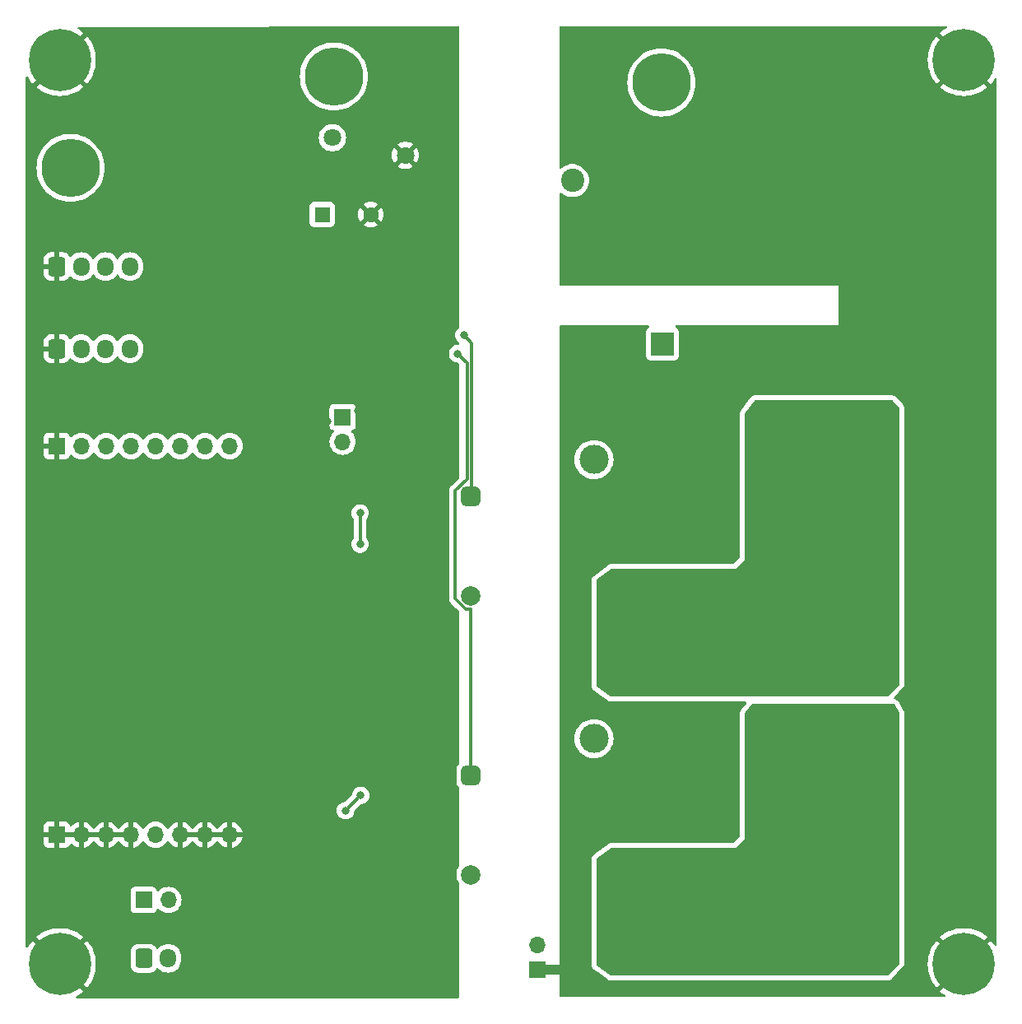
<source format=gbl>
%TF.GenerationSoftware,KiCad,Pcbnew,7.0.9*%
%TF.CreationDate,2024-11-04T23:33:06+09:00*%
%TF.ProjectId,schematic_PWRcutoff,73636865-6d61-4746-9963-5f5057526375,rev?*%
%TF.SameCoordinates,PX4b571c0PY86d97c0*%
%TF.FileFunction,Copper,L2,Bot*%
%TF.FilePolarity,Positive*%
%FSLAX46Y46*%
G04 Gerber Fmt 4.6, Leading zero omitted, Abs format (unit mm)*
G04 Created by KiCad (PCBNEW 7.0.9) date 2024-11-04 23:33:06*
%MOMM*%
%LPD*%
G01*
G04 APERTURE LIST*
G04 Aperture macros list*
%AMRoundRect*
0 Rectangle with rounded corners*
0 $1 Rounding radius*
0 $2 $3 $4 $5 $6 $7 $8 $9 X,Y pos of 4 corners*
0 Add a 4 corners polygon primitive as box body*
4,1,4,$2,$3,$4,$5,$6,$7,$8,$9,$2,$3,0*
0 Add four circle primitives for the rounded corners*
1,1,$1+$1,$2,$3*
1,1,$1+$1,$4,$5*
1,1,$1+$1,$6,$7*
1,1,$1+$1,$8,$9*
0 Add four rect primitives between the rounded corners*
20,1,$1+$1,$2,$3,$4,$5,0*
20,1,$1+$1,$4,$5,$6,$7,0*
20,1,$1+$1,$6,$7,$8,$9,0*
20,1,$1+$1,$8,$9,$2,$3,0*%
G04 Aperture macros list end*
%TA.AperFunction,ComponentPad*%
%ADD10C,1.800000*%
%TD*%
%TA.AperFunction,ComponentPad*%
%ADD11R,1.700000X1.700000*%
%TD*%
%TA.AperFunction,ComponentPad*%
%ADD12O,1.700000X1.700000*%
%TD*%
%TA.AperFunction,ComponentPad*%
%ADD13R,2.400000X2.400000*%
%TD*%
%TA.AperFunction,ComponentPad*%
%ADD14C,2.400000*%
%TD*%
%TA.AperFunction,ComponentPad*%
%ADD15C,1.600000*%
%TD*%
%TA.AperFunction,ComponentPad*%
%ADD16R,1.600000X1.600000*%
%TD*%
%TA.AperFunction,ComponentPad*%
%ADD17C,6.000000*%
%TD*%
%TA.AperFunction,ComponentPad*%
%ADD18RoundRect,1.500000X1.500000X1.500000X-1.500000X1.500000X-1.500000X-1.500000X1.500000X-1.500000X0*%
%TD*%
%TA.AperFunction,ComponentPad*%
%ADD19O,1.700000X1.950000*%
%TD*%
%TA.AperFunction,ComponentPad*%
%ADD20RoundRect,0.250000X-0.600000X-0.725000X0.600000X-0.725000X0.600000X0.725000X-0.600000X0.725000X0*%
%TD*%
%TA.AperFunction,ComponentPad*%
%ADD21C,0.800000*%
%TD*%
%TA.AperFunction,ComponentPad*%
%ADD22C,6.400000*%
%TD*%
%TA.AperFunction,ComponentPad*%
%ADD23C,3.000000*%
%TD*%
%TA.AperFunction,ComponentPad*%
%ADD24RoundRect,0.500000X0.500000X0.500000X-0.500000X0.500000X-0.500000X-0.500000X0.500000X-0.500000X0*%
%TD*%
%TA.AperFunction,ComponentPad*%
%ADD25C,2.000000*%
%TD*%
%TA.AperFunction,ComponentPad*%
%ADD26O,2.400000X2.400000*%
%TD*%
%TA.AperFunction,ViaPad*%
%ADD27C,0.800000*%
%TD*%
%TA.AperFunction,Conductor*%
%ADD28C,0.300000*%
%TD*%
%TA.AperFunction,Conductor*%
%ADD29C,1.000000*%
%TD*%
G04 APERTURE END LIST*
D10*
%TO.P,RV1,1*%
%TO.N,+12V*%
X31850000Y88500000D03*
%TO.P,RV1,2*%
%TO.N,GND*%
X39350000Y86700000D03*
%TD*%
D11*
%TO.P,J7,1,Pin_1*%
%TO.N,GNDPWR*%
X52900000Y2960000D03*
D12*
%TO.P,J7,2,Pin_2*%
%TO.N,+24V*%
X52900000Y5500000D03*
%TD*%
D13*
%TO.P,C2,1*%
%TO.N,+24V*%
X65800000Y67300000D03*
D14*
%TO.P,C2,2*%
%TO.N,GNDPWR*%
X65800000Y74800000D03*
%TD*%
D15*
%TO.P,C1,2*%
%TO.N,GND*%
X35797349Y80600000D03*
D16*
%TO.P,C1,1*%
%TO.N,+12V*%
X30797349Y80600000D03*
%TD*%
D17*
%TO.P,J2,2,Pin_2*%
%TO.N,+12V*%
X32000000Y94800000D03*
D18*
%TO.P,J2,1,Pin_1*%
%TO.N,GND*%
X39200000Y94800000D03*
%TD*%
D17*
%TO.P,J3,2,Pin_2*%
%TO.N,+24V*%
X65700000Y94175000D03*
D18*
%TO.P,J3,1,Pin_1*%
%TO.N,GNDPWR*%
X76700000Y94175000D03*
%TD*%
D12*
%TO.P,J8,2,Pin_2*%
%TO.N,12VIN*%
X14965000Y10100000D03*
D11*
%TO.P,J8,1,Pin_1*%
%TO.N,EMC_signal*%
X12425000Y10100000D03*
%TD*%
D19*
%TO.P,J9,2,Pin_2*%
%TO.N,/PWR_Cutoff_Relay Sheet/Relay_Coil_Signal*%
X14950000Y4100000D03*
D20*
%TO.P,J9,1,Pin_1*%
%TO.N,EMC_signal*%
X12450000Y4100000D03*
%TD*%
D18*
%TO.P,J10,1,Pin_1*%
%TO.N,GNDPWR*%
X94100000Y54200000D03*
D17*
%TO.P,J10,2,Pin_2*%
%TO.N,/PWR_Cutoff_Relay Sheet/Relay_SW_OUT*%
X86900000Y54200000D03*
%TD*%
D18*
%TO.P,J11,1,Pin_1*%
%TO.N,GNDPWR*%
X94100000Y40800000D03*
D17*
%TO.P,J11,2,Pin_2*%
%TO.N,/PWR_Cutoff_Relay Sheet/Relay_SW_OUT*%
X86900000Y40800000D03*
%TD*%
D18*
%TO.P,J14,1,Pin_1*%
%TO.N,GNDPWR*%
X93900000Y25700000D03*
D17*
%TO.P,J14,2,Pin_2*%
%TO.N,/PWR_Cutoff_Relay Sheet1/Relay_SW_OUT*%
X86700000Y25700000D03*
%TD*%
D18*
%TO.P,J15,1,Pin_1*%
%TO.N,GNDPWR*%
X93900000Y11700000D03*
D17*
%TO.P,J15,2,Pin_2*%
%TO.N,/PWR_Cutoff_Relay Sheet1/Relay_SW_OUT*%
X86700000Y11700000D03*
%TD*%
D19*
%TO.P,J4,4,Pin_4*%
%TO.N,CANL*%
X11000000Y75250000D03*
%TO.P,J4,3,Pin_3*%
%TO.N,CANH*%
X8500000Y75250000D03*
%TO.P,J4,2,Pin_2*%
%TO.N,12VIN*%
X6000000Y75250000D03*
D20*
%TO.P,J4,1,Pin_1*%
%TO.N,GND*%
X3500000Y75250000D03*
%TD*%
D19*
%TO.P,J6,4,Pin_4*%
%TO.N,CANL*%
X11000000Y66800000D03*
%TO.P,J6,3,Pin_3*%
%TO.N,CANH*%
X8500000Y66800000D03*
%TO.P,J6,2,Pin_2*%
%TO.N,12VIN*%
X6000000Y66800000D03*
D20*
%TO.P,J6,1,Pin_1*%
%TO.N,GND*%
X3500000Y66800000D03*
%TD*%
D12*
%TO.P,J13,8,Pin_8*%
%TO.N,GND*%
X21280000Y16800000D03*
%TO.P,J13,7,Pin_7*%
X18740000Y16800000D03*
%TO.P,J13,6,Pin_6*%
X16200000Y16800000D03*
%TO.P,J13,5,Pin_5*%
%TO.N,EMC_signal*%
X13660000Y16800000D03*
%TO.P,J13,4,Pin_4*%
%TO.N,GND*%
X11120000Y16800000D03*
%TO.P,J13,3,Pin_3*%
X8580000Y16800000D03*
%TO.P,J13,2,Pin_2*%
X6040000Y16800000D03*
D11*
%TO.P,J13,1,Pin_1*%
X3500000Y16800000D03*
%TD*%
D12*
%TO.P,J5,2,Pin_2*%
%TO.N,12VIN*%
X32900000Y57235000D03*
D11*
%TO.P,J5,1,Pin_1*%
%TO.N,+12V*%
X32900000Y59775000D03*
%TD*%
%TO.P,J12,1,Pin_1*%
%TO.N,GND*%
X3500000Y56800000D03*
D12*
%TO.P,J12,2,Pin_2*%
%TO.N,12VIN*%
X6040000Y56800000D03*
%TO.P,J12,3,Pin_3*%
%TO.N,CANH*%
X8580000Y56800000D03*
%TO.P,J12,4,Pin_4*%
%TO.N,CANL*%
X11120000Y56800000D03*
%TO.P,J12,5,Pin_5*%
%TO.N,+12V*%
X13660000Y56800000D03*
%TO.P,J12,6,Pin_6*%
X16200000Y56800000D03*
%TO.P,J12,7,Pin_7*%
X18740000Y56800000D03*
%TO.P,J12,8,Pin_8*%
X21280000Y56800000D03*
%TD*%
D17*
%TO.P,J1,2,Pin_2*%
%TO.N,+12V*%
X4900000Y85400000D03*
D18*
%TO.P,J1,1,Pin_1*%
%TO.N,GND*%
X12100000Y85400000D03*
%TD*%
D21*
%TO.P,H2,1,1*%
%TO.N,GND*%
X1400000Y3500000D03*
X2102944Y5197056D03*
X2102944Y1802944D03*
X3800000Y5900000D03*
D22*
X3800000Y3500000D03*
D21*
X3800000Y1100000D03*
X5497056Y5197056D03*
X5497056Y1802944D03*
X6200000Y3500000D03*
%TD*%
D23*
%TO.P,K2,13*%
%TO.N,+24V*%
X58760000Y26700000D03*
%TO.P,K2,14*%
%TO.N,/PWR_Cutoff_Relay Sheet1/Relay_SW_OUT*%
X61300000Y8900000D03*
D24*
%TO.P,K2,A1*%
%TO.N,Net-(D6-A)*%
X46100000Y22900000D03*
D25*
%TO.P,K2,A2*%
%TO.N,12VIN*%
X46100000Y12700000D03*
%TD*%
D21*
%TO.P,H3,1,1*%
%TO.N,GNDPWR*%
X99200000Y96500000D03*
X98497056Y94802944D03*
X98497056Y98197056D03*
X96800000Y94100000D03*
D22*
X96800000Y96500000D03*
D21*
X96800000Y98900000D03*
X95102944Y94802944D03*
X95102944Y98197056D03*
X94400000Y96500000D03*
%TD*%
%TO.P,H1,1,1*%
%TO.N,GND*%
X1400000Y96500000D03*
X2102944Y98197056D03*
X2102944Y94802944D03*
X3800000Y98900000D03*
D22*
X3800000Y96500000D03*
D21*
X3800000Y94100000D03*
X5497056Y98197056D03*
X5497056Y94802944D03*
X6200000Y96500000D03*
%TD*%
%TO.P,H4,1,1*%
%TO.N,GNDPWR*%
X94400000Y3500000D03*
X95102944Y5197056D03*
X95102944Y1802944D03*
X96800000Y5900000D03*
D22*
X96800000Y3500000D03*
D21*
X96800000Y1100000D03*
X98497056Y5197056D03*
X98497056Y1802944D03*
X99200000Y3500000D03*
%TD*%
D23*
%TO.P,K1,13*%
%TO.N,+24V*%
X58760000Y55400000D03*
%TO.P,K1,14*%
%TO.N,/PWR_Cutoff_Relay Sheet/Relay_SW_OUT*%
X61300000Y37600000D03*
D24*
%TO.P,K1,A1*%
%TO.N,Net-(D4-A)*%
X46100000Y51600000D03*
D25*
%TO.P,K1,A2*%
%TO.N,12VIN*%
X46100000Y41400000D03*
%TD*%
D14*
%TO.P,R1,1*%
%TO.N,+24V*%
X56540000Y84100000D03*
D26*
%TO.P,R1,2*%
%TO.N,GNDPWR*%
X76860000Y84100000D03*
%TD*%
D27*
%TO.N,GND*%
X38400000Y79300000D03*
X35500000Y76300000D03*
X35500000Y78800000D03*
X38400000Y76300000D03*
X43400000Y76300000D03*
X43300000Y65600000D03*
X18400000Y83900000D03*
X11300000Y64300000D03*
X11300000Y59300000D03*
X13400000Y65500000D03*
X15500000Y69300000D03*
X18300000Y74300000D03*
X13400000Y74300000D03*
X18400000Y79300000D03*
X13400000Y69300000D03*
X13400000Y79300000D03*
X8400000Y79300000D03*
X3400000Y79300000D03*
X700000Y79300000D03*
X3400000Y69300000D03*
X700000Y69300000D03*
X3400000Y64300000D03*
X700000Y64300000D03*
X3400000Y59300000D03*
X700000Y59300000D03*
X700000Y54300000D03*
X700000Y29300000D03*
X700000Y34300000D03*
X700000Y44300000D03*
X700000Y49300000D03*
X700000Y39300000D03*
X700000Y19300000D03*
X700000Y24300000D03*
X3400000Y54300000D03*
X31300000Y68100000D03*
X31300000Y72700000D03*
X28400000Y68100000D03*
X26200000Y64300000D03*
X23800000Y59300000D03*
X31300000Y59300000D03*
X31300000Y64300000D03*
X28400000Y64300000D03*
X9800000Y55000000D03*
X13400000Y55000000D03*
X18400000Y55000000D03*
X28500000Y55100000D03*
X28400000Y59300000D03*
X23400000Y55000000D03*
X14700000Y14300000D03*
X23400000Y14300000D03*
X18400000Y14300000D03*
X8400000Y4300000D03*
X8400000Y9300000D03*
X8400000Y14300000D03*
X3400000Y9300000D03*
X3400000Y14300000D03*
X3400000Y19300000D03*
X23400000Y19300000D03*
X28400000Y24300000D03*
X3400000Y24300000D03*
X8400000Y19300000D03*
X13400000Y19300000D03*
X18400000Y24300000D03*
X8400000Y24300000D03*
X23400000Y24300000D03*
X28400000Y19300000D03*
X13400000Y24300000D03*
X18400000Y19300000D03*
X8400000Y49300000D03*
X8400000Y44300000D03*
X3400000Y39300000D03*
X3400000Y49300000D03*
X3400000Y29300000D03*
X8400000Y34300000D03*
X8400000Y39300000D03*
X3400000Y34300000D03*
X8400000Y29300000D03*
X3400000Y44300000D03*
X13400000Y39300000D03*
X13400000Y29300000D03*
X13400000Y49300000D03*
X18400000Y34300000D03*
X18400000Y44300000D03*
X18400000Y49300000D03*
X18400000Y39300000D03*
X13400000Y44300000D03*
X13400000Y34300000D03*
X18400000Y29300000D03*
X23400000Y34300000D03*
X23400000Y44300000D03*
X23400000Y49300000D03*
X23400000Y39300000D03*
X23400000Y29300000D03*
X28400000Y34300000D03*
X28400000Y39300000D03*
X28400000Y44300000D03*
X28400000Y49300000D03*
X28400000Y29300000D03*
X13400000Y400000D03*
X8400000Y400000D03*
X33400000Y14300000D03*
X18400000Y400000D03*
X23400000Y400000D03*
X23400000Y4300000D03*
X28400000Y4300000D03*
X28400000Y9300000D03*
X28400000Y400000D03*
X33400000Y4300000D03*
X33400000Y9300000D03*
X33400000Y400000D03*
X43400000Y400000D03*
X38400000Y400000D03*
X43400000Y4300000D03*
X38400000Y4300000D03*
X38400000Y9300000D03*
X43400000Y9300000D03*
X38400000Y24300000D03*
X43400000Y24300000D03*
X43400000Y36300000D03*
X38400000Y35000000D03*
X35900000Y32400000D03*
X35900000Y44300000D03*
X35900000Y39300000D03*
X38400000Y29300000D03*
X43400000Y29300000D03*
X38400000Y39300000D03*
X43400000Y39300000D03*
X36000000Y57300000D03*
X36000000Y54300000D03*
X36000000Y50100000D03*
X38400000Y50100000D03*
X43400000Y51100000D03*
X38400000Y54300000D03*
X43400000Y54300000D03*
X38400000Y60200000D03*
X43400000Y59300000D03*
X34500000Y64300000D03*
X34500000Y60400000D03*
X38700000Y64000000D03*
X35500000Y82600000D03*
X43400000Y79300000D03*
X38400000Y84300000D03*
X43400000Y84300000D03*
X43400000Y94300000D03*
X43400000Y89300000D03*
X43400000Y99300000D03*
X38400000Y89300000D03*
X38400000Y99300000D03*
X23400000Y89300000D03*
X23400000Y94300000D03*
X23400000Y99300000D03*
X18400000Y94300000D03*
X18400000Y99300000D03*
X8400000Y94300000D03*
X13400000Y94300000D03*
X13400000Y99300000D03*
X8400000Y99300000D03*
%TO.N,GNDPWR*%
X56200000Y92000000D03*
%TO.N,Net-(D6-A)*%
X44738000Y66300000D03*
%TO.N,Net-(D4-A)*%
X45387500Y68200000D03*
%TO.N,/PWR_Cutoff_Relay Sheet/Relay_Coil_Signal*%
X34700000Y49900000D03*
X34700000Y46700000D03*
X34752464Y20852464D03*
X33197536Y19297536D03*
%TD*%
D28*
%TO.N,Net-(D4-A)*%
X46200000Y51700000D02*
X46100000Y51600000D01*
X46200000Y67387500D02*
X46200000Y51700000D01*
X46187500Y67400000D02*
X46200000Y67387500D01*
%TO.N,Net-(D6-A)*%
X45540811Y40050000D02*
X46100000Y40050000D01*
X44500000Y41090811D02*
X45540811Y40050000D01*
X45700000Y53409354D02*
X44500000Y52209354D01*
X44738000Y66262000D02*
X45700000Y65300000D01*
X46100000Y40050000D02*
X46100000Y22900000D01*
X44738000Y66300000D02*
X44738000Y66262000D01*
X45700000Y65300000D02*
X45700000Y53409354D01*
X44500000Y52209354D02*
X44500000Y41090811D01*
D29*
%TO.N,GNDPWR*%
X55560000Y2960000D02*
X55600000Y3000000D01*
X52900000Y2960000D02*
X55560000Y2960000D01*
D28*
%TO.N,/PWR_Cutoff_Relay Sheet/Relay_Coil_Signal*%
X34700000Y49900000D02*
X34700000Y46700000D01*
X33197536Y19297536D02*
X34752464Y20852464D01*
%TO.N,Net-(D4-A)*%
X45387500Y68200000D02*
X46187500Y67400000D01*
%TD*%
%TA.AperFunction,Conductor*%
%TO.N,GNDPWR*%
G36*
X95068745Y99979815D02*
G01*
X95114500Y99927011D01*
X95124444Y99857853D01*
X95095419Y99794297D01*
X95058001Y99765015D01*
X94947456Y99708690D01*
X94622206Y99497469D01*
X94364648Y99288905D01*
X94364648Y99288904D01*
X95262306Y98391246D01*
X95200489Y98432551D01*
X95127568Y98447056D01*
X95078320Y98447056D01*
X95005399Y98432551D01*
X94922704Y98377296D01*
X94867449Y98294601D01*
X94848046Y98197056D01*
X94867449Y98099511D01*
X94908753Y98037695D01*
X94011096Y98935352D01*
X94011095Y98935352D01*
X93802531Y98677794D01*
X93591310Y98352544D01*
X93415244Y98006995D01*
X93276262Y97644937D01*
X93175887Y97270331D01*
X93175886Y97270324D01*
X93115219Y96887288D01*
X93094922Y96500001D01*
X93094922Y96500000D01*
X93115219Y96112713D01*
X93175886Y95729677D01*
X93175887Y95729670D01*
X93276262Y95355064D01*
X93415244Y94993006D01*
X93591310Y94647457D01*
X93802531Y94322207D01*
X94011095Y94064650D01*
X94011096Y94064650D01*
X94908756Y94962311D01*
X94867449Y94900489D01*
X94848046Y94802944D01*
X94867449Y94705399D01*
X94922704Y94622704D01*
X95005399Y94567449D01*
X95078320Y94552944D01*
X95127568Y94552944D01*
X95200489Y94567449D01*
X95262304Y94608753D01*
X94364648Y93711097D01*
X94364649Y93711096D01*
X94622206Y93502532D01*
X94947456Y93291311D01*
X95293005Y93115245D01*
X95655063Y92976263D01*
X96029669Y92875888D01*
X96029676Y92875887D01*
X96412712Y92815220D01*
X96799999Y92794922D01*
X96800001Y92794922D01*
X97187287Y92815220D01*
X97570323Y92875887D01*
X97570330Y92875888D01*
X97944936Y92976263D01*
X98306994Y93115245D01*
X98652543Y93291311D01*
X98977783Y93502524D01*
X98977785Y93502525D01*
X99235349Y93711098D01*
X98337691Y94608756D01*
X98399511Y94567449D01*
X98472432Y94552944D01*
X98521680Y94552944D01*
X98594601Y94567449D01*
X98677296Y94622704D01*
X98732551Y94705399D01*
X98751954Y94802944D01*
X98732551Y94900489D01*
X98691244Y94962309D01*
X99588902Y94064651D01*
X99797475Y94322215D01*
X99797476Y94322217D01*
X99972005Y94590968D01*
X100025026Y94636471D01*
X100094231Y94646085D01*
X100157648Y94616758D01*
X100195142Y94557801D01*
X100200000Y94523433D01*
X100200000Y5476568D01*
X100180315Y5409529D01*
X100127511Y5363774D01*
X100058353Y5353830D01*
X99994797Y5382855D01*
X99972005Y5409033D01*
X99797468Y5677794D01*
X99588904Y5935351D01*
X99588903Y5935352D01*
X98691247Y5037696D01*
X98732551Y5099511D01*
X98751954Y5197056D01*
X98732551Y5294601D01*
X98677296Y5377296D01*
X98594601Y5432551D01*
X98521680Y5447056D01*
X98472432Y5447056D01*
X98399511Y5432551D01*
X98337690Y5391245D01*
X99235350Y6288904D01*
X99235350Y6288905D01*
X98977793Y6497469D01*
X98652543Y6708690D01*
X98306994Y6884756D01*
X97944936Y7023738D01*
X97570330Y7124113D01*
X97570323Y7124114D01*
X97187287Y7184781D01*
X96800001Y7205078D01*
X96799999Y7205078D01*
X96412712Y7184781D01*
X96029676Y7124114D01*
X96029669Y7124113D01*
X95655063Y7023738D01*
X95293005Y6884756D01*
X94947456Y6708690D01*
X94622206Y6497469D01*
X94364648Y6288905D01*
X94364648Y6288904D01*
X95262306Y5391246D01*
X95200489Y5432551D01*
X95127568Y5447056D01*
X95078320Y5447056D01*
X95005399Y5432551D01*
X94922704Y5377296D01*
X94867449Y5294601D01*
X94848046Y5197056D01*
X94867449Y5099511D01*
X94908753Y5037695D01*
X94011096Y5935352D01*
X94011095Y5935352D01*
X93802531Y5677794D01*
X93591310Y5352544D01*
X93415244Y5006995D01*
X93276262Y4644937D01*
X93175887Y4270331D01*
X93175886Y4270324D01*
X93115219Y3887288D01*
X93094922Y3500001D01*
X93094922Y3500000D01*
X93115219Y3112713D01*
X93175886Y2729677D01*
X93175887Y2729670D01*
X93276262Y2355064D01*
X93415244Y1993006D01*
X93591310Y1647457D01*
X93802531Y1322207D01*
X94011095Y1064650D01*
X94011096Y1064650D01*
X94908756Y1962311D01*
X94867449Y1900489D01*
X94848046Y1802944D01*
X94867449Y1705399D01*
X94922704Y1622704D01*
X95005399Y1567449D01*
X95078320Y1552944D01*
X95127568Y1552944D01*
X95200489Y1567449D01*
X95262304Y1608753D01*
X94364648Y711097D01*
X94364649Y711096D01*
X94622206Y502532D01*
X94890967Y327995D01*
X94936470Y274974D01*
X94946084Y205769D01*
X94916757Y142352D01*
X94857800Y104858D01*
X94823432Y100000D01*
X55324000Y100000D01*
X55256961Y119685D01*
X55211206Y172489D01*
X55200000Y224000D01*
X55200000Y3462841D01*
X58494500Y3462841D01*
X58502980Y3370631D01*
X58511230Y3326158D01*
X58536384Y3237054D01*
X58536384Y3237053D01*
X58536385Y3237050D01*
X58536386Y3237049D01*
X58605877Y3112713D01*
X58606582Y3111453D01*
X58648999Y3055937D01*
X58701925Y3004044D01*
X58751737Y2955204D01*
X59170076Y2648422D01*
X60174613Y1911760D01*
X60180970Y1907394D01*
X60187327Y1903027D01*
X60200258Y1894433D01*
X60331135Y1834662D01*
X60373907Y1822103D01*
X60398169Y1814978D01*
X60398174Y1814977D01*
X60398178Y1814976D01*
X60540594Y1794500D01*
X60540597Y1794500D01*
X88961776Y1794500D01*
X88993843Y1796540D01*
X89040958Y1802561D01*
X89061969Y1806616D01*
X89103994Y1814725D01*
X89236686Y1870354D01*
X89286040Y1899924D01*
X89292665Y1903047D01*
X89296618Y1906261D01*
X89296622Y1906263D01*
X89296623Y1906263D01*
X89408267Y1997022D01*
X90546032Y3229601D01*
X90560257Y3246426D01*
X90580195Y3272209D01*
X90605567Y3308147D01*
X90605568Y3308148D01*
X90665335Y3439018D01*
X90665338Y3439024D01*
X90685023Y3506063D01*
X90685024Y3506067D01*
X90705500Y3648483D01*
X90705500Y29265655D01*
X90687157Y29400592D01*
X90669486Y29464389D01*
X90615792Y29589530D01*
X90534302Y29725346D01*
X90069586Y30499873D01*
X90057979Y30514977D01*
X89999021Y30591699D01*
X89959732Y30632216D01*
X89870129Y30705567D01*
X89739252Y30765338D01*
X89720145Y30770949D01*
X89661368Y30808726D01*
X89632345Y30872283D01*
X89642292Y30941441D01*
X89663965Y30974029D01*
X90546032Y31929601D01*
X90560257Y31946426D01*
X90580195Y31972209D01*
X90605567Y32008147D01*
X90605568Y32008148D01*
X90665335Y32139018D01*
X90665338Y32139024D01*
X90685023Y32206063D01*
X90685024Y32206067D01*
X90705500Y32348483D01*
X90705500Y60662739D01*
X90704811Y60681387D01*
X90702774Y60708932D01*
X90698653Y60746000D01*
X90657452Y60883855D01*
X90657451Y60883858D01*
X90657449Y60883863D01*
X90628799Y60945804D01*
X90628396Y60946739D01*
X90628121Y60947270D01*
X90628119Y60947275D01*
X90549747Y61067937D01*
X89944359Y61759810D01*
X89905786Y61803894D01*
X89905786Y61803893D01*
X89880587Y61828909D01*
X89880586Y61828910D01*
X89840873Y61863151D01*
X89840864Y61863158D01*
X89784068Y61905567D01*
X89784065Y61905569D01*
X89784063Y61905570D01*
X89653197Y61965336D01*
X89653192Y61965338D01*
X89653191Y61965338D01*
X89630590Y61971975D01*
X89586157Y61985022D01*
X89586151Y61985024D01*
X89495583Y61998045D01*
X89443732Y62005500D01*
X75361057Y62005500D01*
X75361056Y62005500D01*
X75343757Y62004009D01*
X75274559Y61998045D01*
X75241112Y61992237D01*
X75232750Y61990784D01*
X75232751Y61990784D01*
X75148813Y61968640D01*
X75148809Y61968638D01*
X75021646Y61901350D01*
X75021639Y61901346D01*
X74956201Y61853684D01*
X74950469Y61845897D01*
X74862110Y61759823D01*
X74862098Y61759810D01*
X73918528Y60533169D01*
X73906347Y60515867D01*
X73894435Y60498165D01*
X73894431Y60498159D01*
X73834663Y60367289D01*
X73814978Y60300251D01*
X73814976Y60300246D01*
X73794500Y60157825D01*
X73794500Y45380356D01*
X73774815Y45313317D01*
X73753452Y45288188D01*
X73141390Y44737332D01*
X73078391Y44707116D01*
X73058438Y44705500D01*
X60632194Y44705500D01*
X60614104Y44704846D01*
X60595857Y44703855D01*
X60595852Y44703855D01*
X60455301Y44673146D01*
X60455296Y44673145D01*
X60455293Y44673144D01*
X60455291Y44673144D01*
X60455279Y44673140D01*
X60389856Y44648671D01*
X60389854Y44648670D01*
X60263639Y44579604D01*
X60263633Y44579601D01*
X58746296Y43441597D01*
X58746295Y43441596D01*
X58679468Y43381485D01*
X58649557Y43349329D01*
X58594432Y43278336D01*
X58534663Y43147463D01*
X58514978Y43080425D01*
X58514976Y43080420D01*
X58494500Y42937999D01*
X58494500Y32162841D01*
X58502980Y32070631D01*
X58511230Y32026158D01*
X58536384Y31937054D01*
X58536384Y31937053D01*
X58606582Y31811453D01*
X58648999Y31755937D01*
X58742266Y31664491D01*
X58751737Y31655204D01*
X59429300Y31158324D01*
X60174613Y30611760D01*
X60180970Y30607394D01*
X60187327Y30603027D01*
X60200258Y30594433D01*
X60331135Y30534662D01*
X60373907Y30522103D01*
X60398169Y30514978D01*
X60398174Y30514977D01*
X60398178Y30514976D01*
X60540594Y30494500D01*
X74320423Y30494500D01*
X74387462Y30474815D01*
X74433217Y30422011D01*
X74443161Y30352853D01*
X74414136Y30289297D01*
X74413102Y30288119D01*
X73946968Y29763719D01*
X73942081Y29757770D01*
X73934481Y29748519D01*
X73916907Y29725346D01*
X73894435Y29693195D01*
X73894434Y29693194D01*
X73834663Y29562319D01*
X73814978Y29495281D01*
X73814976Y29495276D01*
X73794500Y29352855D01*
X73794500Y16680356D01*
X73774815Y16613317D01*
X73753452Y16588188D01*
X73141390Y16037332D01*
X73078391Y16007116D01*
X73058438Y16005500D01*
X60632194Y16005500D01*
X60614104Y16004846D01*
X60595857Y16003855D01*
X60595852Y16003855D01*
X60455301Y15973146D01*
X60455296Y15973145D01*
X60455293Y15973144D01*
X60455291Y15973144D01*
X60455279Y15973140D01*
X60389856Y15948671D01*
X60389854Y15948670D01*
X60263639Y15879604D01*
X60263633Y15879601D01*
X58746296Y14741597D01*
X58746295Y14741596D01*
X58679468Y14681485D01*
X58649557Y14649329D01*
X58594432Y14578336D01*
X58534663Y14447463D01*
X58514978Y14380425D01*
X58514976Y14380420D01*
X58494500Y14237999D01*
X58494500Y3462841D01*
X55200000Y3462841D01*
X55200000Y26699999D01*
X56754390Y26699999D01*
X56774804Y26414567D01*
X56835628Y26134963D01*
X56935635Y25866834D01*
X57072770Y25615691D01*
X57072775Y25615683D01*
X57244254Y25386613D01*
X57244270Y25386595D01*
X57446594Y25184271D01*
X57446612Y25184255D01*
X57675682Y25012776D01*
X57675690Y25012771D01*
X57926833Y24875636D01*
X57926832Y24875636D01*
X57926836Y24875635D01*
X57926839Y24875633D01*
X58194954Y24775631D01*
X58194960Y24775630D01*
X58194962Y24775629D01*
X58474566Y24714805D01*
X58474568Y24714805D01*
X58474572Y24714804D01*
X58728220Y24696663D01*
X58759999Y24694390D01*
X58760000Y24694390D01*
X58760001Y24694390D01*
X58788595Y24696436D01*
X59045428Y24714804D01*
X59325046Y24775631D01*
X59593161Y24875633D01*
X59844315Y25012774D01*
X60073395Y25184261D01*
X60275739Y25386605D01*
X60447226Y25615685D01*
X60584367Y25866839D01*
X60684369Y26134954D01*
X60745196Y26414572D01*
X60765610Y26700000D01*
X60745196Y26985428D01*
X60684369Y27265046D01*
X60584367Y27533161D01*
X60447226Y27784315D01*
X60447224Y27784318D01*
X60275745Y28013388D01*
X60275729Y28013406D01*
X60073405Y28215730D01*
X60073387Y28215746D01*
X59844317Y28387225D01*
X59844309Y28387230D01*
X59593166Y28524365D01*
X59593167Y28524365D01*
X59485915Y28564368D01*
X59325046Y28624369D01*
X59325043Y28624370D01*
X59325037Y28624372D01*
X59045433Y28685196D01*
X58760001Y28705610D01*
X58759999Y28705610D01*
X58474566Y28685196D01*
X58194962Y28624372D01*
X57926833Y28524365D01*
X57675690Y28387230D01*
X57675682Y28387225D01*
X57446612Y28215746D01*
X57446594Y28215730D01*
X57244270Y28013406D01*
X57244254Y28013388D01*
X57072775Y27784318D01*
X57072770Y27784310D01*
X56935635Y27533167D01*
X56835628Y27265038D01*
X56774804Y26985434D01*
X56754390Y26700002D01*
X56754390Y26699999D01*
X55200000Y26699999D01*
X55200000Y55399999D01*
X56754390Y55399999D01*
X56774804Y55114567D01*
X56835628Y54834963D01*
X56935635Y54566834D01*
X57072770Y54315691D01*
X57072775Y54315683D01*
X57244254Y54086613D01*
X57244270Y54086595D01*
X57446594Y53884271D01*
X57446612Y53884255D01*
X57675682Y53712776D01*
X57675690Y53712771D01*
X57926833Y53575636D01*
X57926832Y53575636D01*
X57926836Y53575635D01*
X57926839Y53575633D01*
X58194954Y53475631D01*
X58194960Y53475630D01*
X58194962Y53475629D01*
X58474566Y53414805D01*
X58474568Y53414805D01*
X58474572Y53414804D01*
X58728220Y53396663D01*
X58759999Y53394390D01*
X58760000Y53394390D01*
X58760001Y53394390D01*
X58788595Y53396436D01*
X59045428Y53414804D01*
X59325046Y53475631D01*
X59593161Y53575633D01*
X59844315Y53712774D01*
X60073395Y53884261D01*
X60275739Y54086605D01*
X60447226Y54315685D01*
X60584367Y54566839D01*
X60684369Y54834954D01*
X60745196Y55114572D01*
X60765610Y55400000D01*
X60745196Y55685428D01*
X60684369Y55965046D01*
X60584367Y56233161D01*
X60447226Y56484315D01*
X60447224Y56484318D01*
X60275745Y56713388D01*
X60275729Y56713406D01*
X60073405Y56915730D01*
X60073387Y56915746D01*
X59844317Y57087225D01*
X59844309Y57087230D01*
X59593166Y57224365D01*
X59593167Y57224365D01*
X59485915Y57264368D01*
X59325046Y57324369D01*
X59325043Y57324370D01*
X59325037Y57324372D01*
X59045433Y57385196D01*
X58760001Y57405610D01*
X58759999Y57405610D01*
X58474566Y57385196D01*
X58194962Y57324372D01*
X57926833Y57224365D01*
X57675690Y57087230D01*
X57675682Y57087225D01*
X57446612Y56915746D01*
X57446594Y56915730D01*
X57244270Y56713406D01*
X57244254Y56713388D01*
X57072775Y56484318D01*
X57072770Y56484310D01*
X56935635Y56233167D01*
X56835628Y55965038D01*
X56774804Y55685434D01*
X56754390Y55400002D01*
X56754390Y55399999D01*
X55200000Y55399999D01*
X55200000Y69076000D01*
X55219685Y69143039D01*
X55272489Y69188794D01*
X55324000Y69200000D01*
X64357292Y69200000D01*
X64424331Y69180315D01*
X64470086Y69127511D01*
X64480030Y69058353D01*
X64451005Y68994797D01*
X64400625Y68959818D01*
X64357671Y68943798D01*
X64357664Y68943794D01*
X64242455Y68857548D01*
X64242452Y68857545D01*
X64156206Y68742336D01*
X64156202Y68742329D01*
X64105908Y68607483D01*
X64099501Y68547884D01*
X64099501Y68547877D01*
X64099500Y68547865D01*
X64099500Y66052130D01*
X64099501Y66052124D01*
X64105908Y65992517D01*
X64156202Y65857672D01*
X64156206Y65857665D01*
X64242452Y65742456D01*
X64242455Y65742453D01*
X64357664Y65656207D01*
X64357671Y65656203D01*
X64492517Y65605909D01*
X64492516Y65605909D01*
X64499444Y65605165D01*
X64552127Y65599500D01*
X67047872Y65599501D01*
X67107483Y65605909D01*
X67242331Y65656204D01*
X67357546Y65742454D01*
X67443796Y65857669D01*
X67494091Y65992517D01*
X67500500Y66052127D01*
X67500499Y68547872D01*
X67494091Y68607483D01*
X67443796Y68742331D01*
X67443795Y68742332D01*
X67443793Y68742336D01*
X67357547Y68857545D01*
X67357544Y68857548D01*
X67242335Y68943794D01*
X67242328Y68943798D01*
X67199375Y68959818D01*
X67143441Y69001689D01*
X67119024Y69067153D01*
X67133876Y69135426D01*
X67183281Y69184832D01*
X67242708Y69200000D01*
X83900000Y69200000D01*
X83900000Y73300000D01*
X55324000Y73300000D01*
X55256961Y73319685D01*
X55211206Y73372489D01*
X55200000Y73424000D01*
X55200000Y82739375D01*
X55219685Y82806414D01*
X55272489Y82852169D01*
X55341647Y82862113D01*
X55405203Y82833088D01*
X55408300Y82830311D01*
X55476783Y82766768D01*
X55687366Y82623195D01*
X55687371Y82623193D01*
X55687372Y82623192D01*
X55687373Y82623191D01*
X55809328Y82564462D01*
X55916992Y82512613D01*
X55916993Y82512613D01*
X55916996Y82512611D01*
X56160542Y82437487D01*
X56412565Y82399500D01*
X56667435Y82399500D01*
X56919458Y82437487D01*
X57163004Y82512611D01*
X57392634Y82623195D01*
X57603217Y82766768D01*
X57790050Y82940123D01*
X57948959Y83139388D01*
X58076393Y83360112D01*
X58169508Y83597363D01*
X58226222Y83845843D01*
X58245268Y84100000D01*
X58226222Y84354157D01*
X58169508Y84602637D01*
X58076393Y84839888D01*
X57948959Y85060612D01*
X57790050Y85259877D01*
X57603217Y85433232D01*
X57392634Y85576805D01*
X57392630Y85576807D01*
X57392627Y85576809D01*
X57392626Y85576810D01*
X57163006Y85687388D01*
X57163008Y85687388D01*
X56919466Y85762511D01*
X56919462Y85762512D01*
X56919458Y85762513D01*
X56798231Y85780786D01*
X56667440Y85800500D01*
X56667435Y85800500D01*
X56412565Y85800500D01*
X56412559Y85800500D01*
X56255609Y85776843D01*
X56160542Y85762513D01*
X56160539Y85762512D01*
X56160533Y85762511D01*
X55916992Y85687388D01*
X55687373Y85576810D01*
X55687372Y85576809D01*
X55476782Y85433232D01*
X55408341Y85369727D01*
X55345809Y85338559D01*
X55276352Y85346146D01*
X55222023Y85390080D01*
X55200072Y85456411D01*
X55200000Y85460626D01*
X55200000Y94175000D01*
X62194696Y94175000D01*
X62213898Y93808595D01*
X62271294Y93446212D01*
X62271294Y93446210D01*
X62366260Y93091794D01*
X62497746Y92749261D01*
X62664320Y92422344D01*
X62864147Y92114636D01*
X62864149Y92114634D01*
X63095051Y91829494D01*
X63354494Y91570051D01*
X63354498Y91570048D01*
X63639635Y91339148D01*
X63947343Y91139321D01*
X63947348Y91139318D01*
X64274264Y90972745D01*
X64616801Y90841258D01*
X64971206Y90746295D01*
X65333596Y90688898D01*
X65679734Y90670759D01*
X65699999Y90669696D01*
X65700000Y90669696D01*
X65700001Y90669696D01*
X65719203Y90670703D01*
X66066404Y90688898D01*
X66428794Y90746295D01*
X66783199Y90841258D01*
X67125736Y90972745D01*
X67452652Y91139318D01*
X67760366Y91339149D01*
X68045506Y91570051D01*
X68304949Y91829494D01*
X68535851Y92114634D01*
X68735682Y92422348D01*
X68902255Y92749264D01*
X69033742Y93091801D01*
X69128705Y93446206D01*
X69186102Y93808596D01*
X69205304Y94175000D01*
X69186102Y94541404D01*
X69128705Y94903794D01*
X69033742Y95258199D01*
X68902255Y95600736D01*
X68735682Y95927652D01*
X68686073Y96004044D01*
X68535852Y96235365D01*
X68321554Y96500000D01*
X68304949Y96520506D01*
X68045506Y96779949D01*
X67954613Y96853553D01*
X67760364Y97010853D01*
X67452656Y97210680D01*
X67125739Y97377254D01*
X66783206Y97508740D01*
X66783199Y97508742D01*
X66428794Y97603705D01*
X66428790Y97603706D01*
X66428789Y97603706D01*
X66066405Y97661102D01*
X65700001Y97680304D01*
X65699999Y97680304D01*
X65333594Y97661102D01*
X64971211Y97603706D01*
X64971209Y97603706D01*
X64616793Y97508740D01*
X64274260Y97377254D01*
X63947343Y97210680D01*
X63639635Y97010853D01*
X63354498Y96779953D01*
X63354490Y96779946D01*
X63095054Y96520510D01*
X63095047Y96520502D01*
X62864147Y96235365D01*
X62664320Y95927657D01*
X62497746Y95600740D01*
X62366260Y95258207D01*
X62271294Y94903791D01*
X62271294Y94903789D01*
X62213898Y94541406D01*
X62194696Y94175001D01*
X62194696Y94175000D01*
X55200000Y94175000D01*
X55200000Y99875500D01*
X55219685Y99942539D01*
X55272489Y99988294D01*
X55324000Y99999500D01*
X95001706Y99999500D01*
X95068745Y99979815D01*
G37*
%TD.AperFunction*%
%TA.AperFunction,Conductor*%
G36*
X95665130Y2365130D02*
G01*
X95855819Y2202267D01*
X95297135Y1643584D01*
X95338439Y1705399D01*
X95357842Y1802944D01*
X95338439Y1900489D01*
X95283184Y1983184D01*
X95200489Y2038439D01*
X95127568Y2052944D01*
X95078320Y2052944D01*
X95005399Y2038439D01*
X94943577Y1997132D01*
X95502266Y2555820D01*
X95665130Y2365130D01*
G37*
%TD.AperFunction*%
%TA.AperFunction,Conductor*%
G36*
X95855819Y4797734D02*
G01*
X95665130Y4634870D01*
X95502266Y4444182D01*
X94943582Y5002866D01*
X95005399Y4961561D01*
X95078320Y4947056D01*
X95127568Y4947056D01*
X95200489Y4961561D01*
X95283184Y5016816D01*
X95338439Y5099511D01*
X95357842Y5197056D01*
X95338439Y5294601D01*
X95297133Y5356419D01*
X95855819Y4797734D01*
G37*
%TD.AperFunction*%
%TA.AperFunction,Conductor*%
G36*
X98261561Y5294601D02*
G01*
X98242158Y5197056D01*
X98261561Y5099511D01*
X98316816Y5016816D01*
X98399511Y4961561D01*
X98472432Y4947056D01*
X98521680Y4947056D01*
X98594601Y4961561D01*
X98656416Y5002865D01*
X98097733Y4444182D01*
X97934870Y4634870D01*
X97744180Y4797734D01*
X98302867Y5356422D01*
X98261561Y5294601D01*
G37*
%TD.AperFunction*%
%TA.AperFunction,Conductor*%
G36*
X98656420Y94997133D02*
G01*
X98594601Y95038439D01*
X98521680Y95052944D01*
X98472432Y95052944D01*
X98399511Y95038439D01*
X98316816Y94983184D01*
X98261561Y94900489D01*
X98242158Y94802944D01*
X98261561Y94705399D01*
X98302867Y94643580D01*
X97744180Y95202267D01*
X97934870Y95365130D01*
X98097733Y95555820D01*
X98656420Y94997133D01*
G37*
%TD.AperFunction*%
%TA.AperFunction,Conductor*%
G36*
X95665130Y95365130D02*
G01*
X95855819Y95202267D01*
X95297135Y94643584D01*
X95338439Y94705399D01*
X95357842Y94802944D01*
X95338439Y94900489D01*
X95283184Y94983184D01*
X95200489Y95038439D01*
X95127568Y95052944D01*
X95078320Y95052944D01*
X95005399Y95038439D01*
X94943577Y94997132D01*
X95502266Y95555820D01*
X95665130Y95365130D01*
G37*
%TD.AperFunction*%
%TA.AperFunction,Conductor*%
G36*
X95855819Y97797734D02*
G01*
X95665130Y97634870D01*
X95502266Y97444182D01*
X94943582Y98002866D01*
X95005399Y97961561D01*
X95078320Y97947056D01*
X95127568Y97947056D01*
X95200489Y97961561D01*
X95283184Y98016816D01*
X95338439Y98099511D01*
X95357842Y98197056D01*
X95338439Y98294601D01*
X95297133Y98356419D01*
X95855819Y97797734D01*
G37*
%TD.AperFunction*%
%TD*%
%TA.AperFunction,Conductor*%
%TO.N,/PWR_Cutoff_Relay Sheet/Relay_SW_OUT*%
G36*
X89510771Y61480315D02*
G01*
X89537051Y61457656D01*
X89542347Y61451604D01*
X90169320Y60735063D01*
X90198651Y60671648D01*
X90200000Y60653408D01*
X90200000Y32348483D01*
X90180315Y32281444D01*
X90167116Y32264376D01*
X89036824Y31039893D01*
X88976888Y31003984D01*
X88945708Y31000000D01*
X60540594Y31000000D01*
X60473555Y31019685D01*
X60467265Y31024006D01*
X59050671Y32062842D01*
X59008251Y32118360D01*
X59000000Y32162836D01*
X59000000Y42938000D01*
X59019685Y43005039D01*
X59049600Y43037200D01*
X60566933Y44175200D01*
X60632375Y44199676D01*
X60641333Y44200000D01*
X73300000Y44200000D01*
X74300000Y45100000D01*
X74300000Y60157826D01*
X74319685Y60224865D01*
X74325715Y60233430D01*
X75262772Y61451604D01*
X75319249Y61492739D01*
X75361057Y61500000D01*
X89443732Y61500000D01*
X89510771Y61480315D01*
G37*
%TD.AperFunction*%
%TD*%
%TA.AperFunction,Conductor*%
%TO.N,/PWR_Cutoff_Relay Sheet1/Relay_SW_OUT*%
G36*
X89596832Y30280315D02*
G01*
X89636121Y30239798D01*
X90168287Y29352856D01*
X90182329Y29329452D01*
X90200000Y29265655D01*
X90200000Y3648483D01*
X90180315Y3581444D01*
X90167116Y3564376D01*
X89036824Y2339893D01*
X88976888Y2303984D01*
X88945708Y2300000D01*
X60540594Y2300000D01*
X60473555Y2319685D01*
X60467265Y2324006D01*
X59050671Y3362842D01*
X59008251Y3418360D01*
X59000000Y3462836D01*
X59000000Y14238000D01*
X59019685Y14305039D01*
X59049600Y14337200D01*
X60566933Y15475200D01*
X60632375Y15499676D01*
X60641333Y15500000D01*
X73300000Y15500000D01*
X74300000Y16400000D01*
X74300000Y29352856D01*
X74319685Y29419895D01*
X74331316Y29435232D01*
X75063005Y30258382D01*
X75122256Y30295409D01*
X75155684Y30300000D01*
X89529793Y30300000D01*
X89596832Y30280315D01*
G37*
%TD.AperFunction*%
%TD*%
%TA.AperFunction,Conductor*%
%TO.N,GND*%
G36*
X5580507Y17009844D02*
G01*
X5540000Y16871889D01*
X5540000Y16728111D01*
X5580507Y16590156D01*
X5606314Y16550000D01*
X3933686Y16550000D01*
X3959493Y16590156D01*
X4000000Y16728111D01*
X4000000Y16871889D01*
X3959493Y17009844D01*
X3933686Y17050000D01*
X5606314Y17050000D01*
X5580507Y17009844D01*
G37*
%TD.AperFunction*%
%TA.AperFunction,Conductor*%
G36*
X8120507Y17009844D02*
G01*
X8080000Y16871889D01*
X8080000Y16728111D01*
X8120507Y16590156D01*
X8146314Y16550000D01*
X6473686Y16550000D01*
X6499493Y16590156D01*
X6540000Y16728111D01*
X6540000Y16871889D01*
X6499493Y17009844D01*
X6473686Y17050000D01*
X8146314Y17050000D01*
X8120507Y17009844D01*
G37*
%TD.AperFunction*%
%TA.AperFunction,Conductor*%
G36*
X10660507Y17009844D02*
G01*
X10620000Y16871889D01*
X10620000Y16728111D01*
X10660507Y16590156D01*
X10686314Y16550000D01*
X9013686Y16550000D01*
X9039493Y16590156D01*
X9080000Y16728111D01*
X9080000Y16871889D01*
X9039493Y17009844D01*
X9013686Y17050000D01*
X10686314Y17050000D01*
X10660507Y17009844D01*
G37*
%TD.AperFunction*%
%TA.AperFunction,Conductor*%
G36*
X18280507Y17009844D02*
G01*
X18240000Y16871889D01*
X18240000Y16728111D01*
X18280507Y16590156D01*
X18306314Y16550000D01*
X16633686Y16550000D01*
X16659493Y16590156D01*
X16700000Y16728111D01*
X16700000Y16871889D01*
X16659493Y17009844D01*
X16633686Y17050000D01*
X18306314Y17050000D01*
X18280507Y17009844D01*
G37*
%TD.AperFunction*%
%TA.AperFunction,Conductor*%
G36*
X20820507Y17009844D02*
G01*
X20780000Y16871889D01*
X20780000Y16728111D01*
X20820507Y16590156D01*
X20846314Y16550000D01*
X19173686Y16550000D01*
X19199493Y16590156D01*
X19240000Y16728111D01*
X19240000Y16871889D01*
X19199493Y17009844D01*
X19173686Y17050000D01*
X20846314Y17050000D01*
X20820507Y17009844D01*
G37*
%TD.AperFunction*%
%TA.AperFunction,Conductor*%
G36*
X44843039Y99979815D02*
G01*
X44888794Y99927011D01*
X44900000Y99875500D01*
X44900000Y69022072D01*
X44880315Y68955033D01*
X44848887Y68921755D01*
X44781628Y68872888D01*
X44781623Y68872884D01*
X44654966Y68732215D01*
X44560321Y68568285D01*
X44560318Y68568278D01*
X44501827Y68388260D01*
X44501826Y68388256D01*
X44482040Y68200000D01*
X44501826Y68011744D01*
X44501827Y68011741D01*
X44560318Y67831723D01*
X44560321Y67831716D01*
X44654967Y67667784D01*
X44738522Y67574987D01*
X44781629Y67527112D01*
X44781633Y67527108D01*
X44830212Y67491814D01*
X44848884Y67478249D01*
X44891551Y67422920D01*
X44900000Y67377930D01*
X44900000Y67324500D01*
X44880315Y67257461D01*
X44827511Y67211706D01*
X44776000Y67200500D01*
X44643354Y67200500D01*
X44610897Y67193602D01*
X44458197Y67161145D01*
X44458192Y67161143D01*
X44285270Y67084152D01*
X44285265Y67084149D01*
X44132129Y66972889D01*
X44005466Y66832215D01*
X43910821Y66668285D01*
X43910818Y66668278D01*
X43852327Y66488260D01*
X43852326Y66488256D01*
X43832540Y66300000D01*
X43852326Y66111744D01*
X43852327Y66111741D01*
X43910818Y65931723D01*
X43910821Y65931716D01*
X44005467Y65767784D01*
X44123674Y65636502D01*
X44132129Y65627112D01*
X44285265Y65515852D01*
X44285270Y65515849D01*
X44458192Y65438858D01*
X44458197Y65438856D01*
X44643354Y65399500D01*
X44643355Y65399500D01*
X44649711Y65398149D01*
X44649337Y65396393D01*
X44705859Y65373144D01*
X44715972Y65364082D01*
X44863681Y65216373D01*
X44897166Y65155050D01*
X44900000Y65128692D01*
X44900000Y53580663D01*
X44880315Y53513624D01*
X44863681Y53492982D01*
X44100483Y52729785D01*
X44087910Y52719711D01*
X44088065Y52719524D01*
X44082059Y52714556D01*
X44057434Y52688333D01*
X44032809Y52662110D01*
X44021949Y52651250D01*
X44011088Y52640389D01*
X44011078Y52640377D01*
X44006587Y52634589D01*
X44002801Y52630157D01*
X43969552Y52594748D01*
X43959322Y52576141D01*
X43948646Y52559890D01*
X43935640Y52543122D01*
X43935636Y52543116D01*
X43916348Y52498543D01*
X43913777Y52493296D01*
X43890372Y52450724D01*
X43890372Y52450723D01*
X43885091Y52430155D01*
X43878791Y52411753D01*
X43870364Y52392281D01*
X43862766Y52344307D01*
X43861581Y52338584D01*
X43849500Y52291536D01*
X43849500Y52270310D01*
X43847973Y52250910D01*
X43844653Y52229951D01*
X43849225Y52181587D01*
X43849500Y52175748D01*
X43849500Y41176317D01*
X43847732Y41160306D01*
X43847974Y41160283D01*
X43847240Y41152517D01*
X43849500Y41080608D01*
X43849500Y41049891D01*
X43849501Y41049871D01*
X43850418Y41042605D01*
X43850876Y41036787D01*
X43852402Y40988244D01*
X43852403Y40988241D01*
X43858323Y40967863D01*
X43862268Y40948815D01*
X43864928Y40927757D01*
X43864931Y40927747D01*
X43882813Y40882581D01*
X43884705Y40877053D01*
X43898254Y40830416D01*
X43898255Y40830414D01*
X43909060Y40812145D01*
X43917617Y40794677D01*
X43923226Y40780511D01*
X43925432Y40774939D01*
X43953983Y40735641D01*
X43957188Y40730762D01*
X43981919Y40688946D01*
X43981923Y40688942D01*
X43996925Y40673940D01*
X44009563Y40659142D01*
X44022033Y40641978D01*
X44022036Y40641975D01*
X44022037Y40641974D01*
X44059476Y40611002D01*
X44063776Y40607089D01*
X44531339Y40139526D01*
X44863681Y39807184D01*
X44897166Y39745861D01*
X44900000Y39719503D01*
X44900000Y24168880D01*
X44880315Y24101841D01*
X44872102Y24090519D01*
X44760304Y23953410D01*
X44666089Y23773046D01*
X44610114Y23577417D01*
X44610113Y23577414D01*
X44599500Y23458035D01*
X44599500Y23458034D01*
X44599501Y22341968D01*
X44599501Y22341967D01*
X44610113Y22222585D01*
X44666089Y22026955D01*
X44666090Y22026952D01*
X44666091Y22026951D01*
X44760302Y21846593D01*
X44760304Y21846591D01*
X44872102Y21709481D01*
X44899211Y21645085D01*
X44900000Y21631120D01*
X44900000Y13643586D01*
X44880315Y13576547D01*
X44879809Y13575765D01*
X44775826Y13416607D01*
X44675936Y13188882D01*
X44614892Y12947825D01*
X44614890Y12947813D01*
X44594357Y12700006D01*
X44594357Y12699995D01*
X44614890Y12452188D01*
X44614892Y12452176D01*
X44675936Y12211119D01*
X44775826Y11983394D01*
X44879809Y11824236D01*
X44899996Y11757347D01*
X44900000Y11756415D01*
X44900000Y124500D01*
X44880315Y57461D01*
X44827511Y11706D01*
X44776000Y500D01*
X5598294Y500D01*
X5531255Y20185D01*
X5485500Y72989D01*
X5475556Y142147D01*
X5504581Y205703D01*
X5541999Y234985D01*
X5652543Y291311D01*
X5977783Y502524D01*
X5977785Y502525D01*
X6235349Y711098D01*
X5337691Y1608756D01*
X5399511Y1567449D01*
X5472432Y1552944D01*
X5521680Y1552944D01*
X5594601Y1567449D01*
X5677296Y1622704D01*
X5732551Y1705399D01*
X5751954Y1802944D01*
X5732551Y1900489D01*
X5691244Y1962309D01*
X6588902Y1064651D01*
X6797475Y1322215D01*
X6797476Y1322217D01*
X7008689Y1647457D01*
X7184755Y1993006D01*
X7323737Y2355064D01*
X7424112Y2729670D01*
X7424113Y2729677D01*
X7484780Y3112713D01*
X7495906Y3324999D01*
X11099500Y3324999D01*
X11099501Y3324982D01*
X11110000Y3222204D01*
X11110001Y3222201D01*
X11165185Y3055669D01*
X11165187Y3055664D01*
X11200069Y2999112D01*
X11257288Y2906344D01*
X11381344Y2782288D01*
X11530666Y2690186D01*
X11697203Y2635001D01*
X11799991Y2624500D01*
X13100008Y2624501D01*
X13202797Y2635001D01*
X13369334Y2690186D01*
X13518656Y2782288D01*
X13642712Y2906344D01*
X13734814Y3055666D01*
X13734814Y3055669D01*
X13738178Y3061121D01*
X13790126Y3107846D01*
X13859088Y3119069D01*
X13923170Y3091226D01*
X13931398Y3083706D01*
X14078599Y2936505D01*
X14121675Y2906343D01*
X14272165Y2800968D01*
X14272167Y2800967D01*
X14272170Y2800965D01*
X14486337Y2701097D01*
X14714592Y2639937D01*
X14891034Y2624500D01*
X14949999Y2619341D01*
X14950000Y2619341D01*
X14950001Y2619341D01*
X15008966Y2624500D01*
X15185408Y2639937D01*
X15413663Y2701097D01*
X15627829Y2800965D01*
X15821401Y2936505D01*
X15988495Y3103599D01*
X16124035Y3297171D01*
X16223903Y3511337D01*
X16285063Y3739592D01*
X16300500Y3916034D01*
X16300500Y4283966D01*
X16285063Y4460408D01*
X16223903Y4688663D01*
X16124035Y4902829D01*
X16105105Y4929865D01*
X15988494Y5096403D01*
X15821402Y5263494D01*
X15821395Y5263499D01*
X15627834Y5399033D01*
X15627830Y5399035D01*
X15555955Y5432551D01*
X15413663Y5498903D01*
X15413659Y5498904D01*
X15413655Y5498906D01*
X15185413Y5560062D01*
X15185403Y5560064D01*
X14950001Y5580659D01*
X14949999Y5580659D01*
X14714596Y5560064D01*
X14714586Y5560062D01*
X14486344Y5498906D01*
X14486335Y5498902D01*
X14272171Y5399036D01*
X14272169Y5399035D01*
X14078597Y5263495D01*
X13931398Y5116295D01*
X13870075Y5082810D01*
X13800383Y5087794D01*
X13744450Y5129666D01*
X13738178Y5138880D01*
X13642712Y5293656D01*
X13518657Y5417711D01*
X13518656Y5417712D01*
X13425888Y5474931D01*
X13369336Y5509813D01*
X13369331Y5509815D01*
X13367862Y5510302D01*
X13202797Y5564999D01*
X13202795Y5565000D01*
X13100010Y5575500D01*
X11799998Y5575500D01*
X11799981Y5575499D01*
X11697203Y5565000D01*
X11697200Y5564999D01*
X11530668Y5509815D01*
X11530663Y5509813D01*
X11381342Y5417711D01*
X11257289Y5293658D01*
X11165187Y5144337D01*
X11165185Y5144332D01*
X11146450Y5087794D01*
X11110001Y4977797D01*
X11110001Y4977796D01*
X11110000Y4977796D01*
X11099500Y4875017D01*
X11099500Y3324999D01*
X7495906Y3324999D01*
X7505078Y3500000D01*
X7505078Y3500001D01*
X7484780Y3887288D01*
X7424113Y4270324D01*
X7424112Y4270331D01*
X7323737Y4644937D01*
X7184755Y5006995D01*
X7008689Y5352544D01*
X6797468Y5677794D01*
X6588904Y5935351D01*
X6588903Y5935352D01*
X5691247Y5037697D01*
X5732551Y5099511D01*
X5751954Y5197056D01*
X5732551Y5294601D01*
X5677296Y5377296D01*
X5594601Y5432551D01*
X5521680Y5447056D01*
X5472432Y5447056D01*
X5399511Y5432551D01*
X5337690Y5391245D01*
X6235350Y6288904D01*
X6235350Y6288905D01*
X5977793Y6497469D01*
X5652543Y6708690D01*
X5306994Y6884756D01*
X4944936Y7023738D01*
X4570330Y7124113D01*
X4570323Y7124114D01*
X4187287Y7184781D01*
X3800001Y7205078D01*
X3799999Y7205078D01*
X3412712Y7184781D01*
X3029676Y7124114D01*
X3029669Y7124113D01*
X2655063Y7023738D01*
X2293005Y6884756D01*
X1947456Y6708690D01*
X1622206Y6497469D01*
X1364648Y6288905D01*
X1364648Y6288904D01*
X2262306Y5391246D01*
X2200489Y5432551D01*
X2127568Y5447056D01*
X2078320Y5447056D01*
X2005399Y5432551D01*
X1922704Y5377296D01*
X1867449Y5294601D01*
X1848046Y5197056D01*
X1867449Y5099511D01*
X1908753Y5037694D01*
X1011096Y5935352D01*
X1011095Y5935352D01*
X802531Y5677794D01*
X591310Y5352544D01*
X534985Y5241999D01*
X487010Y5191203D01*
X419189Y5174408D01*
X353055Y5196945D01*
X309603Y5251660D01*
X300500Y5298294D01*
X300500Y9202130D01*
X11074500Y9202130D01*
X11074501Y9202124D01*
X11080908Y9142517D01*
X11131202Y9007672D01*
X11131206Y9007665D01*
X11217452Y8892456D01*
X11217455Y8892453D01*
X11332664Y8806207D01*
X11332671Y8806203D01*
X11467517Y8755909D01*
X11467516Y8755909D01*
X11474444Y8755165D01*
X11527127Y8749500D01*
X13322872Y8749501D01*
X13382483Y8755909D01*
X13517331Y8806204D01*
X13632546Y8892454D01*
X13718796Y9007669D01*
X13767810Y9139084D01*
X13809681Y9195016D01*
X13875145Y9219434D01*
X13943418Y9204583D01*
X13971673Y9183431D01*
X14093599Y9061505D01*
X14190384Y8993735D01*
X14287165Y8925968D01*
X14287167Y8925967D01*
X14287170Y8925965D01*
X14501337Y8826097D01*
X14729592Y8764937D01*
X14906034Y8749500D01*
X14964999Y8744341D01*
X14965000Y8744341D01*
X14965001Y8744341D01*
X15023966Y8749500D01*
X15200408Y8764937D01*
X15428663Y8826097D01*
X15642830Y8925965D01*
X15836401Y9061505D01*
X16003495Y9228599D01*
X16139035Y9422170D01*
X16238903Y9636337D01*
X16300063Y9864592D01*
X16320659Y10100000D01*
X16300063Y10335408D01*
X16238903Y10563663D01*
X16139035Y10777829D01*
X16003495Y10971401D01*
X16003494Y10971403D01*
X15836402Y11138494D01*
X15836395Y11138499D01*
X15642834Y11274033D01*
X15642830Y11274035D01*
X15642828Y11274036D01*
X15428663Y11373903D01*
X15428659Y11373904D01*
X15428655Y11373906D01*
X15200413Y11435062D01*
X15200403Y11435064D01*
X14965001Y11455659D01*
X14964999Y11455659D01*
X14729596Y11435064D01*
X14729586Y11435062D01*
X14501344Y11373906D01*
X14501335Y11373902D01*
X14287171Y11274036D01*
X14287169Y11274035D01*
X14093600Y11138497D01*
X13971673Y11016570D01*
X13910350Y10983086D01*
X13840658Y10988070D01*
X13784725Y11029942D01*
X13767810Y11060919D01*
X13718797Y11192329D01*
X13718793Y11192336D01*
X13632547Y11307545D01*
X13632544Y11307548D01*
X13517335Y11393794D01*
X13517328Y11393798D01*
X13382482Y11444092D01*
X13382483Y11444092D01*
X13322883Y11450499D01*
X13322881Y11450500D01*
X13322873Y11450500D01*
X13322864Y11450500D01*
X11527129Y11450500D01*
X11527123Y11450499D01*
X11467516Y11444092D01*
X11332671Y11393798D01*
X11332664Y11393794D01*
X11217455Y11307548D01*
X11217452Y11307545D01*
X11131206Y11192336D01*
X11131202Y11192329D01*
X11080908Y11057483D01*
X11074501Y10997884D01*
X11074500Y10997865D01*
X11074500Y9202130D01*
X300500Y9202130D01*
X300500Y15902156D01*
X2150000Y15902156D01*
X2156401Y15842628D01*
X2156403Y15842621D01*
X2206645Y15707914D01*
X2206649Y15707907D01*
X2292809Y15592813D01*
X2292812Y15592810D01*
X2407906Y15506650D01*
X2407913Y15506646D01*
X2542620Y15456404D01*
X2542627Y15456402D01*
X2602155Y15450001D01*
X2602172Y15450000D01*
X3250000Y15450000D01*
X3250000Y16364499D01*
X3357685Y16315320D01*
X3464237Y16300000D01*
X3535763Y16300000D01*
X3642315Y16315320D01*
X3750000Y16364499D01*
X3750000Y15450000D01*
X4397828Y15450000D01*
X4397844Y15450001D01*
X4457372Y15456402D01*
X4457379Y15456404D01*
X4592086Y15506646D01*
X4592093Y15506650D01*
X4707187Y15592810D01*
X4707190Y15592813D01*
X4793350Y15707907D01*
X4793354Y15707914D01*
X4842614Y15839987D01*
X4884485Y15895921D01*
X4949949Y15920338D01*
X5018222Y15905487D01*
X5046477Y15884335D01*
X5168917Y15761895D01*
X5362421Y15626400D01*
X5576507Y15526571D01*
X5576516Y15526567D01*
X5790000Y15469366D01*
X5790000Y16364499D01*
X5897685Y16315320D01*
X6004237Y16300000D01*
X6075763Y16300000D01*
X6182315Y16315320D01*
X6290000Y16364499D01*
X6290000Y15469367D01*
X6503483Y15526567D01*
X6503492Y15526571D01*
X6717578Y15626400D01*
X6911082Y15761895D01*
X7078105Y15928918D01*
X7208425Y16115032D01*
X7263002Y16158656D01*
X7332501Y16165849D01*
X7394855Y16134327D01*
X7411575Y16115032D01*
X7541894Y15928918D01*
X7708917Y15761895D01*
X7902421Y15626400D01*
X8116507Y15526571D01*
X8116516Y15526567D01*
X8330000Y15469366D01*
X8330000Y16364499D01*
X8437685Y16315320D01*
X8544237Y16300000D01*
X8615763Y16300000D01*
X8722315Y16315320D01*
X8830000Y16364499D01*
X8830000Y15469367D01*
X9043483Y15526567D01*
X9043492Y15526571D01*
X9257578Y15626400D01*
X9451082Y15761895D01*
X9618105Y15928918D01*
X9748425Y16115032D01*
X9803002Y16158656D01*
X9872501Y16165849D01*
X9934855Y16134327D01*
X9951575Y16115032D01*
X10081894Y15928918D01*
X10248917Y15761895D01*
X10442421Y15626400D01*
X10656507Y15526571D01*
X10656516Y15526567D01*
X10870000Y15469366D01*
X10870000Y16364499D01*
X10977685Y16315320D01*
X11084237Y16300000D01*
X11155763Y16300000D01*
X11262315Y16315320D01*
X11370000Y16364499D01*
X11370000Y15469366D01*
X11583483Y15526567D01*
X11583492Y15526571D01*
X11797578Y15626400D01*
X11991082Y15761895D01*
X12158105Y15928918D01*
X12288119Y16114595D01*
X12342696Y16158219D01*
X12412195Y16165412D01*
X12474549Y16133890D01*
X12491269Y16114595D01*
X12621505Y15928599D01*
X12788599Y15761505D01*
X12865135Y15707914D01*
X12982165Y15625968D01*
X12982167Y15625967D01*
X12982170Y15625965D01*
X13196337Y15526097D01*
X13424592Y15464937D01*
X13595319Y15450000D01*
X13659999Y15444341D01*
X13660000Y15444341D01*
X13660001Y15444341D01*
X13724681Y15450000D01*
X13895408Y15464937D01*
X14123663Y15526097D01*
X14337830Y15625965D01*
X14531401Y15761505D01*
X14698495Y15928599D01*
X14828730Y16114595D01*
X14883307Y16158219D01*
X14952805Y16165413D01*
X15015160Y16133890D01*
X15031879Y16114595D01*
X15161890Y15928922D01*
X15328917Y15761895D01*
X15522421Y15626400D01*
X15736507Y15526571D01*
X15736516Y15526567D01*
X15950000Y15469366D01*
X15950000Y16364499D01*
X16057685Y16315320D01*
X16164237Y16300000D01*
X16235763Y16300000D01*
X16342315Y16315320D01*
X16450000Y16364499D01*
X16450000Y15469367D01*
X16663483Y15526567D01*
X16663492Y15526571D01*
X16877578Y15626400D01*
X17071082Y15761895D01*
X17238105Y15928918D01*
X17368425Y16115032D01*
X17423002Y16158656D01*
X17492501Y16165849D01*
X17554855Y16134327D01*
X17571575Y16115032D01*
X17701894Y15928918D01*
X17868917Y15761895D01*
X18062421Y15626400D01*
X18276507Y15526571D01*
X18276516Y15526567D01*
X18490000Y15469366D01*
X18490000Y16364499D01*
X18597685Y16315320D01*
X18704237Y16300000D01*
X18775763Y16300000D01*
X18882315Y16315320D01*
X18990000Y16364499D01*
X18990000Y15469366D01*
X19203483Y15526567D01*
X19203492Y15526571D01*
X19417578Y15626400D01*
X19611082Y15761895D01*
X19778105Y15928918D01*
X19908425Y16115032D01*
X19963002Y16158656D01*
X20032501Y16165849D01*
X20094855Y16134327D01*
X20111575Y16115032D01*
X20241894Y15928918D01*
X20408917Y15761895D01*
X20602421Y15626400D01*
X20816507Y15526571D01*
X20816516Y15526567D01*
X21030000Y15469366D01*
X21030000Y16364499D01*
X21137685Y16315320D01*
X21244237Y16300000D01*
X21315763Y16300000D01*
X21422315Y16315320D01*
X21530000Y16364499D01*
X21530000Y15469367D01*
X21743483Y15526567D01*
X21743492Y15526571D01*
X21957578Y15626400D01*
X22151082Y15761895D01*
X22318105Y15928918D01*
X22453600Y16122422D01*
X22553429Y16336508D01*
X22553432Y16336514D01*
X22610636Y16550000D01*
X21713686Y16550000D01*
X21739493Y16590156D01*
X21780000Y16728111D01*
X21780000Y16871889D01*
X21739493Y17009844D01*
X21713686Y17050000D01*
X22610636Y17050000D01*
X22610635Y17050001D01*
X22553432Y17263487D01*
X22553429Y17263493D01*
X22453600Y17477578D01*
X22453599Y17477580D01*
X22318113Y17671074D01*
X22318108Y17671080D01*
X22151082Y17838106D01*
X21957578Y17973601D01*
X21743492Y18073430D01*
X21743486Y18073433D01*
X21530000Y18130636D01*
X21530000Y17235502D01*
X21422315Y17284680D01*
X21315763Y17300000D01*
X21244237Y17300000D01*
X21137685Y17284680D01*
X21030000Y17235502D01*
X21030000Y18130636D01*
X21029999Y18130636D01*
X20816513Y18073433D01*
X20816507Y18073430D01*
X20602422Y17973601D01*
X20602420Y17973600D01*
X20408926Y17838114D01*
X20408920Y17838109D01*
X20241891Y17671080D01*
X20241890Y17671078D01*
X20111575Y17484969D01*
X20056998Y17441345D01*
X19987499Y17434152D01*
X19925145Y17465674D01*
X19908425Y17484969D01*
X19778109Y17671078D01*
X19778108Y17671080D01*
X19611082Y17838106D01*
X19417578Y17973601D01*
X19203492Y18073430D01*
X19203486Y18073433D01*
X18990000Y18130636D01*
X18990000Y17235502D01*
X18882315Y17284680D01*
X18775763Y17300000D01*
X18704237Y17300000D01*
X18597685Y17284680D01*
X18490000Y17235502D01*
X18490000Y18130636D01*
X18489999Y18130636D01*
X18276513Y18073433D01*
X18276507Y18073430D01*
X18062422Y17973601D01*
X18062420Y17973600D01*
X17868926Y17838114D01*
X17868920Y17838109D01*
X17701891Y17671080D01*
X17701890Y17671078D01*
X17571575Y17484969D01*
X17516998Y17441345D01*
X17447499Y17434152D01*
X17385145Y17465674D01*
X17368425Y17484969D01*
X17238109Y17671078D01*
X17238108Y17671080D01*
X17071082Y17838106D01*
X16877578Y17973601D01*
X16663492Y18073430D01*
X16663486Y18073433D01*
X16450000Y18130636D01*
X16450000Y17235502D01*
X16342315Y17284680D01*
X16235763Y17300000D01*
X16164237Y17300000D01*
X16057685Y17284680D01*
X15950000Y17235502D01*
X15950000Y18130636D01*
X15949999Y18130636D01*
X15736513Y18073433D01*
X15736507Y18073430D01*
X15522422Y17973601D01*
X15522420Y17973600D01*
X15328926Y17838114D01*
X15328920Y17838109D01*
X15161891Y17671080D01*
X15161890Y17671078D01*
X15031880Y17485405D01*
X14977303Y17441781D01*
X14907804Y17434588D01*
X14845450Y17466110D01*
X14828730Y17485406D01*
X14698494Y17671403D01*
X14531402Y17838494D01*
X14531395Y17838499D01*
X14337834Y17974033D01*
X14337830Y17974035D01*
X14266727Y18007191D01*
X14123663Y18073903D01*
X14123659Y18073904D01*
X14123655Y18073906D01*
X13895413Y18135062D01*
X13895403Y18135064D01*
X13660001Y18155659D01*
X13659999Y18155659D01*
X13424596Y18135064D01*
X13424586Y18135062D01*
X13196344Y18073906D01*
X13196335Y18073902D01*
X12982171Y17974036D01*
X12982169Y17974035D01*
X12788597Y17838495D01*
X12621508Y17671406D01*
X12491269Y17485405D01*
X12436692Y17441781D01*
X12367193Y17434588D01*
X12304839Y17466110D01*
X12288119Y17485406D01*
X12158113Y17671074D01*
X12158108Y17671080D01*
X11991082Y17838106D01*
X11797578Y17973601D01*
X11583492Y18073430D01*
X11583486Y18073433D01*
X11370000Y18130636D01*
X11370000Y17235502D01*
X11262315Y17284680D01*
X11155763Y17300000D01*
X11084237Y17300000D01*
X10977685Y17284680D01*
X10870000Y17235502D01*
X10870000Y18130636D01*
X10869999Y18130636D01*
X10656513Y18073433D01*
X10656507Y18073430D01*
X10442422Y17973601D01*
X10442420Y17973600D01*
X10248926Y17838114D01*
X10248920Y17838109D01*
X10081891Y17671080D01*
X10081890Y17671078D01*
X9951575Y17484969D01*
X9896998Y17441345D01*
X9827499Y17434152D01*
X9765145Y17465674D01*
X9748425Y17484969D01*
X9618109Y17671078D01*
X9618108Y17671080D01*
X9451082Y17838106D01*
X9257578Y17973601D01*
X9043492Y18073430D01*
X9043486Y18073433D01*
X8830000Y18130636D01*
X8830000Y17235502D01*
X8722315Y17284680D01*
X8615763Y17300000D01*
X8544237Y17300000D01*
X8437685Y17284680D01*
X8330000Y17235502D01*
X8330000Y18130636D01*
X8329999Y18130636D01*
X8116513Y18073433D01*
X8116507Y18073430D01*
X7902422Y17973601D01*
X7902420Y17973600D01*
X7708926Y17838114D01*
X7708920Y17838109D01*
X7541891Y17671080D01*
X7541890Y17671078D01*
X7411575Y17484969D01*
X7356998Y17441345D01*
X7287499Y17434152D01*
X7225145Y17465674D01*
X7208425Y17484969D01*
X7078109Y17671078D01*
X7078108Y17671080D01*
X6911082Y17838106D01*
X6717578Y17973601D01*
X6503492Y18073430D01*
X6503486Y18073433D01*
X6290000Y18130636D01*
X6290000Y17235502D01*
X6182315Y17284680D01*
X6075763Y17300000D01*
X6004237Y17300000D01*
X5897685Y17284680D01*
X5790000Y17235502D01*
X5790000Y18130636D01*
X5789999Y18130636D01*
X5576513Y18073433D01*
X5576507Y18073430D01*
X5362422Y17973601D01*
X5362420Y17973600D01*
X5168926Y17838114D01*
X5046477Y17715665D01*
X4985154Y17682181D01*
X4915462Y17687165D01*
X4859529Y17729037D01*
X4842614Y17760014D01*
X4793354Y17892087D01*
X4793350Y17892094D01*
X4707190Y18007188D01*
X4707187Y18007191D01*
X4592093Y18093351D01*
X4592086Y18093355D01*
X4457379Y18143597D01*
X4457372Y18143599D01*
X4397844Y18150000D01*
X3750000Y18150000D01*
X3750000Y17235502D01*
X3642315Y17284680D01*
X3535763Y17300000D01*
X3464237Y17300000D01*
X3357685Y17284680D01*
X3250000Y17235502D01*
X3250000Y18150000D01*
X2602155Y18150000D01*
X2542627Y18143599D01*
X2542620Y18143597D01*
X2407913Y18093355D01*
X2407906Y18093351D01*
X2292812Y18007191D01*
X2292809Y18007188D01*
X2206649Y17892094D01*
X2206645Y17892087D01*
X2156403Y17757380D01*
X2156401Y17757373D01*
X2150000Y17697845D01*
X2150000Y17050000D01*
X3066314Y17050000D01*
X3040507Y17009844D01*
X3000000Y16871889D01*
X3000000Y16728111D01*
X3040507Y16590156D01*
X3066314Y16550000D01*
X2150000Y16550000D01*
X2150000Y15902156D01*
X300500Y15902156D01*
X300500Y19297536D01*
X32292076Y19297536D01*
X32311862Y19109280D01*
X32311863Y19109277D01*
X32370354Y18929259D01*
X32370357Y18929252D01*
X32465003Y18765320D01*
X32591665Y18624648D01*
X32744801Y18513388D01*
X32744806Y18513385D01*
X32917728Y18436394D01*
X32917733Y18436392D01*
X33102890Y18397036D01*
X33102891Y18397036D01*
X33292180Y18397036D01*
X33292182Y18397036D01*
X33477339Y18436392D01*
X33650266Y18513385D01*
X33803407Y18624648D01*
X33930069Y18765320D01*
X34024715Y18929252D01*
X34083210Y19109280D01*
X34096704Y19237681D01*
X34123288Y19302294D01*
X34132334Y19312390D01*
X34735591Y19915645D01*
X34796914Y19949130D01*
X34823272Y19951964D01*
X34847108Y19951964D01*
X34847110Y19951964D01*
X35032267Y19991320D01*
X35205194Y20068313D01*
X35358335Y20179576D01*
X35484997Y20320248D01*
X35579643Y20484180D01*
X35638138Y20664208D01*
X35657924Y20852464D01*
X35638138Y21040720D01*
X35579643Y21220748D01*
X35484997Y21384680D01*
X35358335Y21525352D01*
X35358334Y21525353D01*
X35205198Y21636613D01*
X35205193Y21636616D01*
X35032271Y21713607D01*
X35032266Y21713609D01*
X34886465Y21744599D01*
X34847110Y21752964D01*
X34657818Y21752964D01*
X34625361Y21746066D01*
X34472661Y21713609D01*
X34472656Y21713607D01*
X34299734Y21636616D01*
X34299729Y21636613D01*
X34146593Y21525353D01*
X34019930Y21384679D01*
X33925285Y21220749D01*
X33925282Y21220742D01*
X33866791Y21040725D01*
X33866790Y21040723D01*
X33853295Y20912321D01*
X33826710Y20847707D01*
X33817655Y20837602D01*
X33214409Y20234355D01*
X33153086Y20200870D01*
X33126728Y20198036D01*
X33102890Y20198036D01*
X33070433Y20191138D01*
X32917733Y20158681D01*
X32917728Y20158679D01*
X32744806Y20081688D01*
X32744801Y20081685D01*
X32591665Y19970425D01*
X32465002Y19829751D01*
X32370357Y19665821D01*
X32370354Y19665814D01*
X32311863Y19485796D01*
X32311862Y19485792D01*
X32292076Y19297536D01*
X300500Y19297536D01*
X300500Y46700000D01*
X33794540Y46700000D01*
X33814326Y46511744D01*
X33814327Y46511741D01*
X33872818Y46331723D01*
X33872821Y46331716D01*
X33967467Y46167784D01*
X34094129Y46027112D01*
X34247265Y45915852D01*
X34247270Y45915849D01*
X34420192Y45838858D01*
X34420197Y45838856D01*
X34605354Y45799500D01*
X34605355Y45799500D01*
X34794644Y45799500D01*
X34794646Y45799500D01*
X34979803Y45838856D01*
X35152730Y45915849D01*
X35305871Y46027112D01*
X35432533Y46167784D01*
X35527179Y46331716D01*
X35585674Y46511744D01*
X35605460Y46700000D01*
X35585674Y46888256D01*
X35527179Y47068284D01*
X35432533Y47232216D01*
X35382350Y47287950D01*
X35352120Y47350942D01*
X35350500Y47370922D01*
X35350500Y49229079D01*
X35370185Y49296118D01*
X35382351Y49312052D01*
X35432533Y49367784D01*
X35527179Y49531716D01*
X35585674Y49711744D01*
X35605460Y49900000D01*
X35585674Y50088256D01*
X35527179Y50268284D01*
X35432533Y50432216D01*
X35305871Y50572888D01*
X35305870Y50572889D01*
X35152734Y50684149D01*
X35152729Y50684152D01*
X34979807Y50761143D01*
X34979802Y50761145D01*
X34834001Y50792135D01*
X34794646Y50800500D01*
X34605354Y50800500D01*
X34572897Y50793602D01*
X34420197Y50761145D01*
X34420192Y50761143D01*
X34247270Y50684152D01*
X34247265Y50684149D01*
X34094129Y50572889D01*
X33967466Y50432215D01*
X33872821Y50268285D01*
X33872818Y50268278D01*
X33817979Y50099500D01*
X33814326Y50088256D01*
X33794540Y49900000D01*
X33814326Y49711744D01*
X33814327Y49711741D01*
X33872818Y49531723D01*
X33872821Y49531716D01*
X33967466Y49367785D01*
X34017649Y49312052D01*
X34047880Y49249060D01*
X34049500Y49229079D01*
X34049500Y47370922D01*
X34029815Y47303883D01*
X34017650Y47287950D01*
X33967466Y47232215D01*
X33872821Y47068285D01*
X33872818Y47068278D01*
X33814327Y46888260D01*
X33814326Y46888256D01*
X33794540Y46700000D01*
X300500Y46700000D01*
X300500Y55902156D01*
X2150000Y55902156D01*
X2156401Y55842628D01*
X2156403Y55842621D01*
X2206645Y55707914D01*
X2206649Y55707907D01*
X2292809Y55592813D01*
X2292812Y55592810D01*
X2407906Y55506650D01*
X2407913Y55506646D01*
X2542620Y55456404D01*
X2542627Y55456402D01*
X2602155Y55450001D01*
X2602172Y55450000D01*
X3250000Y55450000D01*
X3250000Y56364499D01*
X3357685Y56315320D01*
X3464237Y56300000D01*
X3535763Y56300000D01*
X3642315Y56315320D01*
X3750000Y56364499D01*
X3750000Y55450000D01*
X4397828Y55450000D01*
X4397844Y55450001D01*
X4457372Y55456402D01*
X4457379Y55456404D01*
X4592086Y55506646D01*
X4592093Y55506650D01*
X4707187Y55592810D01*
X4707190Y55592813D01*
X4793350Y55707907D01*
X4793354Y55707914D01*
X4842422Y55839471D01*
X4884293Y55895405D01*
X4949757Y55919822D01*
X5018030Y55904970D01*
X5046285Y55883819D01*
X5168599Y55761505D01*
X5245135Y55707914D01*
X5362165Y55625968D01*
X5362167Y55625967D01*
X5362170Y55625965D01*
X5576337Y55526097D01*
X5804592Y55464937D01*
X5975319Y55450000D01*
X6039999Y55444341D01*
X6040000Y55444341D01*
X6040001Y55444341D01*
X6104681Y55450000D01*
X6275408Y55464937D01*
X6503663Y55526097D01*
X6717830Y55625965D01*
X6911401Y55761505D01*
X7078495Y55928599D01*
X7208425Y56114158D01*
X7263002Y56157783D01*
X7332500Y56164977D01*
X7394855Y56133454D01*
X7411575Y56114158D01*
X7541500Y55928605D01*
X7541505Y55928599D01*
X7708599Y55761505D01*
X7785135Y55707914D01*
X7902165Y55625968D01*
X7902167Y55625967D01*
X7902170Y55625965D01*
X8116337Y55526097D01*
X8344592Y55464937D01*
X8515319Y55450000D01*
X8579999Y55444341D01*
X8580000Y55444341D01*
X8580001Y55444341D01*
X8644681Y55450000D01*
X8815408Y55464937D01*
X9043663Y55526097D01*
X9257830Y55625965D01*
X9451401Y55761505D01*
X9618495Y55928599D01*
X9748425Y56114158D01*
X9803002Y56157783D01*
X9872500Y56164977D01*
X9934855Y56133454D01*
X9951575Y56114158D01*
X10081500Y55928605D01*
X10081505Y55928599D01*
X10248599Y55761505D01*
X10325135Y55707914D01*
X10442165Y55625968D01*
X10442167Y55625967D01*
X10442170Y55625965D01*
X10656337Y55526097D01*
X10884592Y55464937D01*
X11055319Y55450000D01*
X11119999Y55444341D01*
X11120000Y55444341D01*
X11120001Y55444341D01*
X11184681Y55450000D01*
X11355408Y55464937D01*
X11583663Y55526097D01*
X11797830Y55625965D01*
X11991401Y55761505D01*
X12158495Y55928599D01*
X12288425Y56114158D01*
X12343002Y56157783D01*
X12412500Y56164977D01*
X12474855Y56133454D01*
X12491575Y56114158D01*
X12621500Y55928605D01*
X12621505Y55928599D01*
X12788599Y55761505D01*
X12865135Y55707914D01*
X12982165Y55625968D01*
X12982167Y55625967D01*
X12982170Y55625965D01*
X13196337Y55526097D01*
X13424592Y55464937D01*
X13595319Y55450000D01*
X13659999Y55444341D01*
X13660000Y55444341D01*
X13660001Y55444341D01*
X13724681Y55450000D01*
X13895408Y55464937D01*
X14123663Y55526097D01*
X14337830Y55625965D01*
X14531401Y55761505D01*
X14698495Y55928599D01*
X14828425Y56114158D01*
X14883002Y56157783D01*
X14952500Y56164977D01*
X15014855Y56133454D01*
X15031575Y56114158D01*
X15161500Y55928605D01*
X15161505Y55928599D01*
X15328599Y55761505D01*
X15405135Y55707914D01*
X15522165Y55625968D01*
X15522167Y55625967D01*
X15522170Y55625965D01*
X15736337Y55526097D01*
X15964592Y55464937D01*
X16135319Y55450000D01*
X16199999Y55444341D01*
X16200000Y55444341D01*
X16200001Y55444341D01*
X16264681Y55450000D01*
X16435408Y55464937D01*
X16663663Y55526097D01*
X16877830Y55625965D01*
X17071401Y55761505D01*
X17238495Y55928599D01*
X17368425Y56114158D01*
X17423002Y56157783D01*
X17492500Y56164977D01*
X17554855Y56133454D01*
X17571575Y56114158D01*
X17701500Y55928605D01*
X17701505Y55928599D01*
X17868599Y55761505D01*
X17945135Y55707914D01*
X18062165Y55625968D01*
X18062167Y55625967D01*
X18062170Y55625965D01*
X18276337Y55526097D01*
X18504592Y55464937D01*
X18675319Y55450000D01*
X18739999Y55444341D01*
X18740000Y55444341D01*
X18740001Y55444341D01*
X18804681Y55450000D01*
X18975408Y55464937D01*
X19203663Y55526097D01*
X19417830Y55625965D01*
X19611401Y55761505D01*
X19778495Y55928599D01*
X19908425Y56114158D01*
X19963002Y56157783D01*
X20032500Y56164977D01*
X20094855Y56133454D01*
X20111575Y56114158D01*
X20241500Y55928605D01*
X20241505Y55928599D01*
X20408599Y55761505D01*
X20485135Y55707914D01*
X20602165Y55625968D01*
X20602167Y55625967D01*
X20602170Y55625965D01*
X20816337Y55526097D01*
X21044592Y55464937D01*
X21215319Y55450000D01*
X21279999Y55444341D01*
X21280000Y55444341D01*
X21280001Y55444341D01*
X21344681Y55450000D01*
X21515408Y55464937D01*
X21743663Y55526097D01*
X21957830Y55625965D01*
X22151401Y55761505D01*
X22318495Y55928599D01*
X22454035Y56122170D01*
X22553903Y56336337D01*
X22615063Y56564592D01*
X22635659Y56800000D01*
X22615063Y57035408D01*
X22561583Y57235000D01*
X31544341Y57235000D01*
X31564936Y56999597D01*
X31564938Y56999587D01*
X31626094Y56771345D01*
X31626096Y56771341D01*
X31626097Y56771337D01*
X31646254Y56728111D01*
X31725965Y56557170D01*
X31725967Y56557166D01*
X31730985Y56550000D01*
X31861505Y56363599D01*
X32028599Y56196505D01*
X32073626Y56164977D01*
X32222165Y56060968D01*
X32222167Y56060967D01*
X32222170Y56060965D01*
X32436337Y55961097D01*
X32664592Y55899937D01*
X32848817Y55883819D01*
X32899999Y55879341D01*
X32900000Y55879341D01*
X32900001Y55879341D01*
X32939234Y55882774D01*
X33135408Y55899937D01*
X33363663Y55961097D01*
X33577830Y56060965D01*
X33771401Y56196505D01*
X33938495Y56363599D01*
X34074035Y56557170D01*
X34173903Y56771337D01*
X34235063Y56999592D01*
X34255659Y57235000D01*
X34235063Y57470408D01*
X34173903Y57698663D01*
X34074035Y57912829D01*
X34031178Y57974035D01*
X33938496Y58106400D01*
X33889237Y58155659D01*
X33816567Y58228329D01*
X33783084Y58289649D01*
X33788068Y58359341D01*
X33829939Y58415275D01*
X33860915Y58432190D01*
X33992331Y58481204D01*
X34107546Y58567454D01*
X34193796Y58682669D01*
X34244091Y58817517D01*
X34250500Y58877127D01*
X34250499Y60672872D01*
X34244091Y60732483D01*
X34193796Y60867331D01*
X34193795Y60867332D01*
X34193793Y60867336D01*
X34107547Y60982545D01*
X34107544Y60982548D01*
X33992335Y61068794D01*
X33992328Y61068798D01*
X33857482Y61119092D01*
X33857483Y61119092D01*
X33797883Y61125499D01*
X33797881Y61125500D01*
X33797873Y61125500D01*
X33797864Y61125500D01*
X32002129Y61125500D01*
X32002123Y61125499D01*
X31942516Y61119092D01*
X31807671Y61068798D01*
X31807664Y61068794D01*
X31692455Y60982548D01*
X31692452Y60982545D01*
X31606206Y60867336D01*
X31606202Y60867329D01*
X31555908Y60732483D01*
X31549501Y60672884D01*
X31549501Y60672877D01*
X31549500Y60672865D01*
X31549500Y58877130D01*
X31549501Y58877124D01*
X31555908Y58817517D01*
X31606202Y58682672D01*
X31606206Y58682665D01*
X31692452Y58567456D01*
X31692455Y58567453D01*
X31807664Y58481207D01*
X31807671Y58481203D01*
X31939081Y58432190D01*
X31995015Y58390319D01*
X32019432Y58324855D01*
X32004580Y58256582D01*
X31983430Y58228327D01*
X31861503Y58106400D01*
X31725965Y57912831D01*
X31725964Y57912829D01*
X31626098Y57698665D01*
X31626094Y57698656D01*
X31564938Y57470414D01*
X31564936Y57470404D01*
X31544341Y57235001D01*
X31544341Y57235000D01*
X22561583Y57235000D01*
X22553903Y57263663D01*
X22454035Y57477829D01*
X22448425Y57485842D01*
X22318494Y57671403D01*
X22151402Y57838494D01*
X22151395Y57838499D01*
X21957834Y57974033D01*
X21957830Y57974035D01*
X21886727Y58007191D01*
X21743663Y58073903D01*
X21743659Y58073904D01*
X21743655Y58073906D01*
X21515413Y58135062D01*
X21515403Y58135064D01*
X21280001Y58155659D01*
X21279999Y58155659D01*
X21044596Y58135064D01*
X21044586Y58135062D01*
X20816344Y58073906D01*
X20816335Y58073902D01*
X20602171Y57974036D01*
X20602169Y57974035D01*
X20408597Y57838495D01*
X20241505Y57671403D01*
X20111575Y57485842D01*
X20056998Y57442217D01*
X19987500Y57435023D01*
X19925145Y57466546D01*
X19908425Y57485842D01*
X19778494Y57671403D01*
X19611402Y57838494D01*
X19611395Y57838499D01*
X19417834Y57974033D01*
X19417830Y57974035D01*
X19346727Y58007191D01*
X19203663Y58073903D01*
X19203659Y58073904D01*
X19203655Y58073906D01*
X18975413Y58135062D01*
X18975403Y58135064D01*
X18740001Y58155659D01*
X18739999Y58155659D01*
X18504596Y58135064D01*
X18504586Y58135062D01*
X18276344Y58073906D01*
X18276335Y58073902D01*
X18062171Y57974036D01*
X18062169Y57974035D01*
X17868597Y57838495D01*
X17701505Y57671403D01*
X17571575Y57485842D01*
X17516998Y57442217D01*
X17447500Y57435023D01*
X17385145Y57466546D01*
X17368425Y57485842D01*
X17238494Y57671403D01*
X17071402Y57838494D01*
X17071395Y57838499D01*
X16877834Y57974033D01*
X16877830Y57974035D01*
X16806727Y58007191D01*
X16663663Y58073903D01*
X16663659Y58073904D01*
X16663655Y58073906D01*
X16435413Y58135062D01*
X16435403Y58135064D01*
X16200001Y58155659D01*
X16199999Y58155659D01*
X15964596Y58135064D01*
X15964586Y58135062D01*
X15736344Y58073906D01*
X15736335Y58073902D01*
X15522171Y57974036D01*
X15522169Y57974035D01*
X15328597Y57838495D01*
X15161505Y57671403D01*
X15031575Y57485842D01*
X14976998Y57442217D01*
X14907500Y57435023D01*
X14845145Y57466546D01*
X14828425Y57485842D01*
X14698494Y57671403D01*
X14531402Y57838494D01*
X14531395Y57838499D01*
X14337834Y57974033D01*
X14337830Y57974035D01*
X14266727Y58007191D01*
X14123663Y58073903D01*
X14123659Y58073904D01*
X14123655Y58073906D01*
X13895413Y58135062D01*
X13895403Y58135064D01*
X13660001Y58155659D01*
X13659999Y58155659D01*
X13424596Y58135064D01*
X13424586Y58135062D01*
X13196344Y58073906D01*
X13196335Y58073902D01*
X12982171Y57974036D01*
X12982169Y57974035D01*
X12788597Y57838495D01*
X12621505Y57671403D01*
X12491575Y57485842D01*
X12436998Y57442217D01*
X12367500Y57435023D01*
X12305145Y57466546D01*
X12288425Y57485842D01*
X12158494Y57671403D01*
X11991402Y57838494D01*
X11991395Y57838499D01*
X11797834Y57974033D01*
X11797830Y57974035D01*
X11726727Y58007191D01*
X11583663Y58073903D01*
X11583659Y58073904D01*
X11583655Y58073906D01*
X11355413Y58135062D01*
X11355403Y58135064D01*
X11120001Y58155659D01*
X11119999Y58155659D01*
X10884596Y58135064D01*
X10884586Y58135062D01*
X10656344Y58073906D01*
X10656335Y58073902D01*
X10442171Y57974036D01*
X10442169Y57974035D01*
X10248597Y57838495D01*
X10081505Y57671403D01*
X9951575Y57485842D01*
X9896998Y57442217D01*
X9827500Y57435023D01*
X9765145Y57466546D01*
X9748425Y57485842D01*
X9618494Y57671403D01*
X9451402Y57838494D01*
X9451395Y57838499D01*
X9257834Y57974033D01*
X9257830Y57974035D01*
X9186727Y58007191D01*
X9043663Y58073903D01*
X9043659Y58073904D01*
X9043655Y58073906D01*
X8815413Y58135062D01*
X8815403Y58135064D01*
X8580001Y58155659D01*
X8579999Y58155659D01*
X8344596Y58135064D01*
X8344586Y58135062D01*
X8116344Y58073906D01*
X8116335Y58073902D01*
X7902171Y57974036D01*
X7902169Y57974035D01*
X7708597Y57838495D01*
X7541505Y57671403D01*
X7411575Y57485842D01*
X7356998Y57442217D01*
X7287500Y57435023D01*
X7225145Y57466546D01*
X7208425Y57485842D01*
X7078494Y57671403D01*
X6911402Y57838494D01*
X6911395Y57838499D01*
X6717834Y57974033D01*
X6717830Y57974035D01*
X6646727Y58007191D01*
X6503663Y58073903D01*
X6503659Y58073904D01*
X6503655Y58073906D01*
X6275413Y58135062D01*
X6275403Y58135064D01*
X6040001Y58155659D01*
X6039999Y58155659D01*
X5804596Y58135064D01*
X5804586Y58135062D01*
X5576344Y58073906D01*
X5576335Y58073902D01*
X5362171Y57974036D01*
X5362169Y57974035D01*
X5168600Y57838497D01*
X5046284Y57716181D01*
X4984961Y57682697D01*
X4915269Y57687681D01*
X4859336Y57729553D01*
X4842421Y57760530D01*
X4793354Y57892087D01*
X4793350Y57892094D01*
X4707190Y58007188D01*
X4707187Y58007191D01*
X4592093Y58093351D01*
X4592086Y58093355D01*
X4457379Y58143597D01*
X4457372Y58143599D01*
X4397844Y58150000D01*
X3750000Y58150000D01*
X3750000Y57235502D01*
X3642315Y57284680D01*
X3535763Y57300000D01*
X3464237Y57300000D01*
X3357685Y57284680D01*
X3250000Y57235502D01*
X3250000Y58150000D01*
X2602155Y58150000D01*
X2542627Y58143599D01*
X2542620Y58143597D01*
X2407913Y58093355D01*
X2407906Y58093351D01*
X2292812Y58007191D01*
X2292809Y58007188D01*
X2206649Y57892094D01*
X2206645Y57892087D01*
X2156403Y57757380D01*
X2156401Y57757373D01*
X2150000Y57697845D01*
X2150000Y57050000D01*
X3066314Y57050000D01*
X3040507Y57009844D01*
X3000000Y56871889D01*
X3000000Y56728111D01*
X3040507Y56590156D01*
X3066314Y56550000D01*
X2150000Y56550000D01*
X2150000Y55902156D01*
X300500Y55902156D01*
X300500Y67050000D01*
X2150000Y67050000D01*
X3096031Y67050000D01*
X3063481Y66999351D01*
X3025000Y66868295D01*
X3025000Y66731705D01*
X3063481Y66600649D01*
X3096031Y66550000D01*
X2150001Y66550000D01*
X2150001Y66025014D01*
X2160494Y65922303D01*
X2215641Y65755881D01*
X2215643Y65755876D01*
X2307684Y65606655D01*
X2431654Y65482685D01*
X2580875Y65390644D01*
X2580880Y65390642D01*
X2747302Y65335495D01*
X2747309Y65335494D01*
X2850019Y65325001D01*
X3249999Y65325001D01*
X3250000Y65325002D01*
X3250000Y66391982D01*
X3364801Y66339554D01*
X3466025Y66325000D01*
X3533975Y66325000D01*
X3635199Y66339554D01*
X3750000Y66391982D01*
X3750000Y65325001D01*
X4149972Y65325001D01*
X4149986Y65325002D01*
X4252697Y65335495D01*
X4419119Y65390642D01*
X4419124Y65390644D01*
X4568345Y65482685D01*
X4692315Y65606655D01*
X4787815Y65761484D01*
X4839763Y65808208D01*
X4908726Y65819431D01*
X4972808Y65791587D01*
X4981035Y65784069D01*
X5128599Y65636505D01*
X5128602Y65636503D01*
X5128603Y65636502D01*
X5322165Y65500968D01*
X5322167Y65500967D01*
X5322170Y65500965D01*
X5536337Y65401097D01*
X5536343Y65401096D01*
X5536344Y65401095D01*
X5575356Y65390642D01*
X5764592Y65339937D01*
X5952918Y65323461D01*
X5999999Y65319341D01*
X6000000Y65319341D01*
X6000001Y65319341D01*
X6039234Y65322774D01*
X6235408Y65339937D01*
X6463663Y65401097D01*
X6677829Y65500965D01*
X6871401Y65636505D01*
X7038495Y65803599D01*
X7148426Y65960599D01*
X7203001Y66004222D01*
X7272500Y66011416D01*
X7334855Y65979894D01*
X7351571Y65960602D01*
X7371797Y65931716D01*
X7461506Y65803597D01*
X7563239Y65701865D01*
X7628599Y65636505D01*
X7725384Y65568735D01*
X7822165Y65500968D01*
X7822167Y65500967D01*
X7822170Y65500965D01*
X8036337Y65401097D01*
X8036343Y65401096D01*
X8036344Y65401095D01*
X8075356Y65390642D01*
X8264592Y65339937D01*
X8452918Y65323461D01*
X8499999Y65319341D01*
X8500000Y65319341D01*
X8500001Y65319341D01*
X8539234Y65322774D01*
X8735408Y65339937D01*
X8963663Y65401097D01*
X9177829Y65500965D01*
X9371401Y65636505D01*
X9538495Y65803599D01*
X9648426Y65960599D01*
X9703001Y66004222D01*
X9772500Y66011416D01*
X9834855Y65979894D01*
X9851571Y65960602D01*
X9871797Y65931716D01*
X9961506Y65803597D01*
X10063239Y65701865D01*
X10128599Y65636505D01*
X10225384Y65568735D01*
X10322165Y65500968D01*
X10322167Y65500967D01*
X10322170Y65500965D01*
X10536337Y65401097D01*
X10536343Y65401096D01*
X10536344Y65401095D01*
X10575356Y65390642D01*
X10764592Y65339937D01*
X10952918Y65323461D01*
X10999999Y65319341D01*
X11000000Y65319341D01*
X11000001Y65319341D01*
X11039234Y65322774D01*
X11235408Y65339937D01*
X11463663Y65401097D01*
X11677829Y65500965D01*
X11871401Y65636505D01*
X12038495Y65803599D01*
X12174035Y65997171D01*
X12273903Y66211337D01*
X12335063Y66439592D01*
X12350500Y66616034D01*
X12350500Y66983966D01*
X12335063Y67160408D01*
X12273903Y67388663D01*
X12174035Y67602829D01*
X12161936Y67620109D01*
X12038494Y67796403D01*
X11871402Y67963494D01*
X11871395Y67963499D01*
X11677834Y68099033D01*
X11677830Y68099035D01*
X11638626Y68117316D01*
X11463663Y68198903D01*
X11463659Y68198904D01*
X11463655Y68198906D01*
X11235413Y68260062D01*
X11235403Y68260064D01*
X11000001Y68280659D01*
X10999999Y68280659D01*
X10764596Y68260064D01*
X10764586Y68260062D01*
X10536344Y68198906D01*
X10536335Y68198902D01*
X10322171Y68099036D01*
X10322169Y68099035D01*
X10128597Y67963495D01*
X9961505Y67796403D01*
X9851575Y67639405D01*
X9796998Y67595780D01*
X9727500Y67588586D01*
X9665145Y67620109D01*
X9648425Y67639405D01*
X9538494Y67796403D01*
X9371402Y67963494D01*
X9371395Y67963499D01*
X9177834Y68099033D01*
X9177830Y68099035D01*
X9138626Y68117316D01*
X8963663Y68198903D01*
X8963659Y68198904D01*
X8963655Y68198906D01*
X8735413Y68260062D01*
X8735403Y68260064D01*
X8500001Y68280659D01*
X8499999Y68280659D01*
X8264596Y68260064D01*
X8264586Y68260062D01*
X8036344Y68198906D01*
X8036335Y68198902D01*
X7822171Y68099036D01*
X7822169Y68099035D01*
X7628597Y67963495D01*
X7461505Y67796403D01*
X7351575Y67639405D01*
X7296998Y67595780D01*
X7227500Y67588586D01*
X7165145Y67620109D01*
X7148425Y67639405D01*
X7038494Y67796403D01*
X6871402Y67963494D01*
X6871395Y67963499D01*
X6677834Y68099033D01*
X6677830Y68099035D01*
X6638626Y68117316D01*
X6463663Y68198903D01*
X6463659Y68198904D01*
X6463655Y68198906D01*
X6235413Y68260062D01*
X6235403Y68260064D01*
X6000001Y68280659D01*
X5999999Y68280659D01*
X5764596Y68260064D01*
X5764586Y68260062D01*
X5536344Y68198906D01*
X5536335Y68198902D01*
X5322171Y68099036D01*
X5322169Y68099035D01*
X5128597Y67963495D01*
X4981035Y67815932D01*
X4919712Y67782447D01*
X4850020Y67787431D01*
X4794087Y67829303D01*
X4787815Y67838516D01*
X4692315Y67993346D01*
X4568345Y68117316D01*
X4419124Y68209357D01*
X4419119Y68209359D01*
X4252697Y68264506D01*
X4252690Y68264507D01*
X4149986Y68275000D01*
X3750000Y68275000D01*
X3750000Y67208019D01*
X3635199Y67260446D01*
X3533975Y67275000D01*
X3466025Y67275000D01*
X3364801Y67260446D01*
X3250000Y67208019D01*
X3250000Y68275000D01*
X2850028Y68275000D01*
X2850012Y68274999D01*
X2747302Y68264506D01*
X2580880Y68209359D01*
X2580875Y68209357D01*
X2431654Y68117316D01*
X2307684Y67993346D01*
X2215643Y67844125D01*
X2215641Y67844120D01*
X2160494Y67677698D01*
X2160493Y67677691D01*
X2150000Y67574987D01*
X2150000Y67050000D01*
X300500Y67050000D01*
X300500Y75500000D01*
X2150000Y75500000D01*
X3096031Y75500000D01*
X3063481Y75449351D01*
X3025000Y75318295D01*
X3025000Y75181705D01*
X3063481Y75050649D01*
X3096031Y75000000D01*
X2150001Y75000000D01*
X2150001Y74475014D01*
X2160494Y74372303D01*
X2215641Y74205881D01*
X2215643Y74205876D01*
X2307684Y74056655D01*
X2431654Y73932685D01*
X2580875Y73840644D01*
X2580880Y73840642D01*
X2747302Y73785495D01*
X2747309Y73785494D01*
X2850019Y73775001D01*
X3249999Y73775001D01*
X3250000Y73775002D01*
X3250000Y74841982D01*
X3364801Y74789554D01*
X3466025Y74775000D01*
X3533975Y74775000D01*
X3635199Y74789554D01*
X3750000Y74841982D01*
X3750000Y73775001D01*
X4149972Y73775001D01*
X4149986Y73775002D01*
X4252697Y73785495D01*
X4419119Y73840642D01*
X4419124Y73840644D01*
X4568345Y73932685D01*
X4692315Y74056655D01*
X4787815Y74211484D01*
X4839763Y74258208D01*
X4908726Y74269431D01*
X4972808Y74241587D01*
X4981035Y74234069D01*
X5128599Y74086505D01*
X5128602Y74086503D01*
X5128603Y74086502D01*
X5322165Y73950968D01*
X5322167Y73950967D01*
X5322170Y73950965D01*
X5536337Y73851097D01*
X5536343Y73851096D01*
X5536344Y73851095D01*
X5575356Y73840642D01*
X5764592Y73789937D01*
X5952918Y73773461D01*
X5999999Y73769341D01*
X6000000Y73769341D01*
X6000001Y73769341D01*
X6039234Y73772774D01*
X6235408Y73789937D01*
X6463663Y73851097D01*
X6677829Y73950965D01*
X6871401Y74086505D01*
X7038495Y74253599D01*
X7148426Y74410599D01*
X7203001Y74454222D01*
X7272500Y74461416D01*
X7334855Y74429894D01*
X7351571Y74410602D01*
X7378388Y74372303D01*
X7461506Y74253597D01*
X7628597Y74086507D01*
X7628599Y74086505D01*
X7725384Y74018735D01*
X7822165Y73950968D01*
X7822167Y73950967D01*
X7822170Y73950965D01*
X8036337Y73851097D01*
X8036343Y73851096D01*
X8036344Y73851095D01*
X8075356Y73840642D01*
X8264592Y73789937D01*
X8452918Y73773461D01*
X8499999Y73769341D01*
X8500000Y73769341D01*
X8500001Y73769341D01*
X8539234Y73772774D01*
X8735408Y73789937D01*
X8963663Y73851097D01*
X9177829Y73950965D01*
X9371401Y74086505D01*
X9538495Y74253599D01*
X9648426Y74410599D01*
X9703001Y74454222D01*
X9772500Y74461416D01*
X9834855Y74429894D01*
X9851571Y74410602D01*
X9878388Y74372303D01*
X9961506Y74253597D01*
X10128597Y74086507D01*
X10128599Y74086505D01*
X10225384Y74018735D01*
X10322165Y73950968D01*
X10322167Y73950967D01*
X10322170Y73950965D01*
X10536337Y73851097D01*
X10536343Y73851096D01*
X10536344Y73851095D01*
X10575356Y73840642D01*
X10764592Y73789937D01*
X10952918Y73773461D01*
X10999999Y73769341D01*
X11000000Y73769341D01*
X11000001Y73769341D01*
X11039234Y73772774D01*
X11235408Y73789937D01*
X11463663Y73851097D01*
X11677829Y73950965D01*
X11871401Y74086505D01*
X12038495Y74253599D01*
X12174035Y74447171D01*
X12273903Y74661337D01*
X12335063Y74889592D01*
X12350500Y75066034D01*
X12350500Y75433966D01*
X12335063Y75610408D01*
X12273903Y75838663D01*
X12174035Y76052829D01*
X12161936Y76070109D01*
X12038494Y76246403D01*
X11871402Y76413494D01*
X11871395Y76413499D01*
X11677834Y76549033D01*
X11677830Y76549035D01*
X11638626Y76567316D01*
X11463663Y76648903D01*
X11463659Y76648904D01*
X11463655Y76648906D01*
X11235413Y76710062D01*
X11235403Y76710064D01*
X11000001Y76730659D01*
X10999999Y76730659D01*
X10764596Y76710064D01*
X10764586Y76710062D01*
X10536344Y76648906D01*
X10536335Y76648902D01*
X10322171Y76549036D01*
X10322169Y76549035D01*
X10128597Y76413495D01*
X9961505Y76246403D01*
X9851575Y76089405D01*
X9796998Y76045780D01*
X9727500Y76038586D01*
X9665145Y76070109D01*
X9648425Y76089405D01*
X9538494Y76246403D01*
X9371402Y76413494D01*
X9371395Y76413499D01*
X9177834Y76549033D01*
X9177830Y76549035D01*
X9138626Y76567316D01*
X8963663Y76648903D01*
X8963659Y76648904D01*
X8963655Y76648906D01*
X8735413Y76710062D01*
X8735403Y76710064D01*
X8500001Y76730659D01*
X8499999Y76730659D01*
X8264596Y76710064D01*
X8264586Y76710062D01*
X8036344Y76648906D01*
X8036335Y76648902D01*
X7822171Y76549036D01*
X7822169Y76549035D01*
X7628597Y76413495D01*
X7461505Y76246403D01*
X7351575Y76089405D01*
X7296998Y76045780D01*
X7227500Y76038586D01*
X7165145Y76070109D01*
X7148425Y76089405D01*
X7038494Y76246403D01*
X6871402Y76413494D01*
X6871395Y76413499D01*
X6677834Y76549033D01*
X6677830Y76549035D01*
X6638626Y76567316D01*
X6463663Y76648903D01*
X6463659Y76648904D01*
X6463655Y76648906D01*
X6235413Y76710062D01*
X6235403Y76710064D01*
X6000001Y76730659D01*
X5999999Y76730659D01*
X5764596Y76710064D01*
X5764586Y76710062D01*
X5536344Y76648906D01*
X5536335Y76648902D01*
X5322171Y76549036D01*
X5322169Y76549035D01*
X5128597Y76413495D01*
X4981035Y76265932D01*
X4919712Y76232447D01*
X4850020Y76237431D01*
X4794087Y76279303D01*
X4787815Y76288516D01*
X4692315Y76443346D01*
X4568345Y76567316D01*
X4419124Y76659357D01*
X4419119Y76659359D01*
X4252697Y76714506D01*
X4252690Y76714507D01*
X4149986Y76725000D01*
X3750000Y76725000D01*
X3750000Y75658019D01*
X3635199Y75710446D01*
X3533975Y75725000D01*
X3466025Y75725000D01*
X3364801Y75710446D01*
X3250000Y75658019D01*
X3250000Y76725000D01*
X2850028Y76725000D01*
X2850012Y76724999D01*
X2747302Y76714506D01*
X2580880Y76659359D01*
X2580875Y76659357D01*
X2431654Y76567316D01*
X2307684Y76443346D01*
X2215643Y76294125D01*
X2215641Y76294120D01*
X2160494Y76127698D01*
X2160493Y76127691D01*
X2150000Y76024987D01*
X2150000Y75500000D01*
X300500Y75500000D01*
X300500Y79752130D01*
X29496849Y79752130D01*
X29496850Y79752124D01*
X29503257Y79692517D01*
X29553551Y79557672D01*
X29553555Y79557665D01*
X29639801Y79442456D01*
X29639804Y79442453D01*
X29755013Y79356207D01*
X29755020Y79356203D01*
X29889866Y79305909D01*
X29889865Y79305909D01*
X29896793Y79305165D01*
X29949476Y79299500D01*
X31645221Y79299501D01*
X31704832Y79305909D01*
X31839680Y79356204D01*
X31954895Y79442454D01*
X32041145Y79557669D01*
X32091440Y79692517D01*
X32097849Y79752127D01*
X32097849Y80599998D01*
X34492383Y80599998D01*
X34512207Y80373401D01*
X34512209Y80373390D01*
X34571079Y80153683D01*
X34571083Y80153674D01*
X34667214Y79947519D01*
X34667215Y79947517D01*
X34718322Y79874529D01*
X34718323Y79874528D01*
X35399395Y80555601D01*
X35412184Y80474852D01*
X35469708Y80361955D01*
X35559304Y80272359D01*
X35672201Y80214835D01*
X35752948Y80202047D01*
X35071875Y79520975D01*
X35071875Y79520974D01*
X35144861Y79469869D01*
X35144865Y79469867D01*
X35351022Y79373735D01*
X35351031Y79373731D01*
X35570738Y79314861D01*
X35570749Y79314859D01*
X35797347Y79295034D01*
X35797351Y79295034D01*
X36023948Y79314859D01*
X36023959Y79314861D01*
X36243666Y79373731D01*
X36243680Y79373736D01*
X36449827Y79469864D01*
X36522821Y79520975D01*
X35841750Y80202047D01*
X35922497Y80214835D01*
X36035394Y80272359D01*
X36124990Y80361955D01*
X36182514Y80474852D01*
X36195302Y80555600D01*
X36876374Y79874528D01*
X36927485Y79947522D01*
X37023613Y80153669D01*
X37023618Y80153683D01*
X37082488Y80373390D01*
X37082490Y80373401D01*
X37102315Y80599998D01*
X37102315Y80600003D01*
X37082490Y80826600D01*
X37082488Y80826611D01*
X37023618Y81046318D01*
X37023614Y81046327D01*
X36927482Y81252484D01*
X36927480Y81252488D01*
X36876375Y81325474D01*
X36876374Y81325474D01*
X36195302Y80644402D01*
X36182514Y80725148D01*
X36124990Y80838045D01*
X36035394Y80927641D01*
X35922497Y80985165D01*
X35841749Y80997954D01*
X36522821Y81679026D01*
X36522820Y81679027D01*
X36449832Y81730134D01*
X36449830Y81730135D01*
X36243675Y81826266D01*
X36243666Y81826270D01*
X36023959Y81885140D01*
X36023948Y81885142D01*
X35797351Y81904966D01*
X35797347Y81904966D01*
X35570749Y81885142D01*
X35570738Y81885140D01*
X35351031Y81826270D01*
X35351022Y81826266D01*
X35144862Y81730132D01*
X35071876Y81679028D01*
X35071875Y81679027D01*
X35752949Y80997954D01*
X35672201Y80985165D01*
X35559304Y80927641D01*
X35469708Y80838045D01*
X35412184Y80725148D01*
X35399395Y80644401D01*
X34718322Y81325474D01*
X34718321Y81325473D01*
X34667217Y81252487D01*
X34571083Y81046327D01*
X34571079Y81046318D01*
X34512209Y80826611D01*
X34512207Y80826600D01*
X34492383Y80600003D01*
X34492383Y80599998D01*
X32097849Y80599998D01*
X32097848Y81447872D01*
X32091440Y81507483D01*
X32041145Y81642331D01*
X32041144Y81642332D01*
X32041142Y81642336D01*
X31954896Y81757545D01*
X31954893Y81757548D01*
X31839684Y81843794D01*
X31839677Y81843798D01*
X31704831Y81894092D01*
X31704832Y81894092D01*
X31645232Y81900499D01*
X31645230Y81900500D01*
X31645222Y81900500D01*
X31645213Y81900500D01*
X29949478Y81900500D01*
X29949472Y81900499D01*
X29889865Y81894092D01*
X29755020Y81843798D01*
X29755013Y81843794D01*
X29639804Y81757548D01*
X29639801Y81757545D01*
X29553555Y81642336D01*
X29553551Y81642329D01*
X29503257Y81507483D01*
X29496850Y81447884D01*
X29496850Y81447877D01*
X29496849Y81447865D01*
X29496849Y79752130D01*
X300500Y79752130D01*
X300500Y85400000D01*
X1394696Y85400000D01*
X1413898Y85033595D01*
X1471294Y84671212D01*
X1471294Y84671210D01*
X1566260Y84316794D01*
X1697746Y83974261D01*
X1864320Y83647344D01*
X2064147Y83339636D01*
X2064149Y83339634D01*
X2295051Y83054494D01*
X2554494Y82795051D01*
X2554498Y82795048D01*
X2839635Y82564148D01*
X3147343Y82364321D01*
X3147348Y82364318D01*
X3474264Y82197745D01*
X3816801Y82066258D01*
X4171206Y81971295D01*
X4533596Y81913898D01*
X4879734Y81895759D01*
X4899999Y81894696D01*
X4900000Y81894696D01*
X4900001Y81894696D01*
X4919203Y81895703D01*
X5266404Y81913898D01*
X5628794Y81971295D01*
X5983199Y82066258D01*
X6325736Y82197745D01*
X6652652Y82364318D01*
X6960366Y82564149D01*
X7245506Y82795051D01*
X7504949Y83054494D01*
X7735851Y83339634D01*
X7935682Y83647348D01*
X8102255Y83974264D01*
X8233742Y84316801D01*
X8328705Y84671206D01*
X8386102Y85033596D01*
X8405304Y85400000D01*
X8386102Y85766404D01*
X8328705Y86128794D01*
X8233742Y86483199D01*
X8150522Y86699995D01*
X37945202Y86699995D01*
X37964361Y86468782D01*
X38021317Y86243865D01*
X38114516Y86031391D01*
X38198811Y85902367D01*
X38952046Y86655600D01*
X38964835Y86574852D01*
X39022359Y86461955D01*
X39111955Y86372359D01*
X39224852Y86314835D01*
X39305599Y86302047D01*
X38551199Y85547649D01*
X38581650Y85523950D01*
X38785697Y85413524D01*
X38785706Y85413521D01*
X39005139Y85338189D01*
X39233993Y85300000D01*
X39466007Y85300000D01*
X39694860Y85338189D01*
X39914293Y85413521D01*
X39914302Y85413524D01*
X40118350Y85523950D01*
X40148798Y85547649D01*
X39394400Y86302047D01*
X39475148Y86314835D01*
X39588045Y86372359D01*
X39677641Y86461955D01*
X39735165Y86574852D01*
X39747953Y86655600D01*
X40501186Y85902366D01*
X40585484Y86031394D01*
X40678682Y86243865D01*
X40735638Y86468782D01*
X40754798Y86699995D01*
X40754798Y86700006D01*
X40735638Y86931219D01*
X40678682Y87156136D01*
X40585483Y87368610D01*
X40501186Y87497636D01*
X39747953Y86744402D01*
X39735165Y86825148D01*
X39677641Y86938045D01*
X39588045Y87027641D01*
X39475148Y87085165D01*
X39394401Y87097954D01*
X40148799Y87852352D01*
X40148799Y87852353D01*
X40118349Y87876051D01*
X39914302Y87986477D01*
X39914293Y87986480D01*
X39694860Y88061812D01*
X39466007Y88100000D01*
X39233993Y88100000D01*
X39005139Y88061812D01*
X38785706Y87986480D01*
X38785698Y87986477D01*
X38581644Y87876048D01*
X38551200Y87852354D01*
X38551200Y87852353D01*
X39305599Y87097954D01*
X39224852Y87085165D01*
X39111955Y87027641D01*
X39022359Y86938045D01*
X38964835Y86825148D01*
X38952046Y86744401D01*
X38198812Y87497635D01*
X38114516Y87368609D01*
X38114514Y87368605D01*
X38021317Y87156136D01*
X37964361Y86931219D01*
X37945202Y86700006D01*
X37945202Y86699995D01*
X8150522Y86699995D01*
X8102255Y86825736D01*
X7935682Y87152652D01*
X7935679Y87152657D01*
X7735852Y87460365D01*
X7592939Y87636847D01*
X7504949Y87745506D01*
X7245506Y88004949D01*
X6960366Y88235851D01*
X6960364Y88235853D01*
X6652656Y88435680D01*
X6526434Y88499994D01*
X30444700Y88499994D01*
X30463864Y88268703D01*
X30463866Y88268692D01*
X30520842Y88043700D01*
X30614075Y87831152D01*
X30741016Y87636853D01*
X30741019Y87636849D01*
X30741021Y87636847D01*
X30898216Y87466087D01*
X30898219Y87466085D01*
X30898222Y87466082D01*
X31081365Y87323536D01*
X31081371Y87323532D01*
X31081374Y87323530D01*
X31285497Y87213064D01*
X31399487Y87173932D01*
X31505015Y87137703D01*
X31505017Y87137703D01*
X31505019Y87137702D01*
X31733951Y87099500D01*
X31733952Y87099500D01*
X31966048Y87099500D01*
X31966049Y87099500D01*
X32194981Y87137702D01*
X32414503Y87213064D01*
X32618626Y87323530D01*
X32801784Y87466087D01*
X32958979Y87636847D01*
X33085924Y87831151D01*
X33179157Y88043700D01*
X33236134Y88268695D01*
X33236135Y88268703D01*
X33255300Y88499994D01*
X33255300Y88500007D01*
X33236135Y88731298D01*
X33236133Y88731309D01*
X33179157Y88956301D01*
X33085924Y89168849D01*
X32958983Y89363148D01*
X32958980Y89363151D01*
X32958979Y89363153D01*
X32801784Y89533913D01*
X32801779Y89533917D01*
X32801777Y89533919D01*
X32618634Y89676465D01*
X32618628Y89676469D01*
X32414504Y89786936D01*
X32414495Y89786939D01*
X32194984Y89862298D01*
X32023282Y89890950D01*
X31966049Y89900500D01*
X31733951Y89900500D01*
X31688164Y89892860D01*
X31505015Y89862298D01*
X31285504Y89786939D01*
X31285495Y89786936D01*
X31081371Y89676469D01*
X31081365Y89676465D01*
X30898222Y89533919D01*
X30898219Y89533916D01*
X30741016Y89363148D01*
X30614075Y89168849D01*
X30520842Y88956301D01*
X30463866Y88731309D01*
X30463864Y88731298D01*
X30444700Y88500007D01*
X30444700Y88499994D01*
X6526434Y88499994D01*
X6325739Y88602254D01*
X5983206Y88733740D01*
X5983199Y88733742D01*
X5628794Y88828705D01*
X5628790Y88828706D01*
X5628789Y88828706D01*
X5266405Y88886102D01*
X4900001Y88905304D01*
X4899999Y88905304D01*
X4533594Y88886102D01*
X4171211Y88828706D01*
X4171209Y88828706D01*
X3816793Y88733740D01*
X3474260Y88602254D01*
X3147343Y88435680D01*
X2839635Y88235853D01*
X2554498Y88004953D01*
X2554490Y88004946D01*
X2295054Y87745510D01*
X2295047Y87745502D01*
X2064147Y87460365D01*
X1864320Y87152657D01*
X1697746Y86825740D01*
X1566260Y86483207D01*
X1471294Y86128791D01*
X1471294Y86128789D01*
X1413898Y85766406D01*
X1394696Y85400001D01*
X1394696Y85400000D01*
X300500Y85400000D01*
X300500Y94701707D01*
X320185Y94768746D01*
X372989Y94814501D01*
X442147Y94824445D01*
X505703Y94795420D01*
X534985Y94758001D01*
X591307Y94647462D01*
X591308Y94647459D01*
X802531Y94322207D01*
X1011095Y94064650D01*
X1011096Y94064650D01*
X1908757Y94962312D01*
X1867449Y94900489D01*
X1848046Y94802944D01*
X1867449Y94705399D01*
X1922704Y94622704D01*
X2005399Y94567449D01*
X2078320Y94552944D01*
X2127568Y94552944D01*
X2200489Y94567449D01*
X2262304Y94608753D01*
X1364648Y93711097D01*
X1364649Y93711096D01*
X1622206Y93502532D01*
X1947456Y93291311D01*
X2293005Y93115245D01*
X2655063Y92976263D01*
X3029669Y92875888D01*
X3029676Y92875887D01*
X3412712Y92815220D01*
X3799999Y92794922D01*
X3800001Y92794922D01*
X4187287Y92815220D01*
X4570323Y92875887D01*
X4570330Y92875888D01*
X4944936Y92976263D01*
X5306994Y93115245D01*
X5652543Y93291311D01*
X5977783Y93502524D01*
X5977785Y93502525D01*
X6235349Y93711098D01*
X5337691Y94608756D01*
X5399511Y94567449D01*
X5472432Y94552944D01*
X5521680Y94552944D01*
X5594601Y94567449D01*
X5677296Y94622704D01*
X5732551Y94705399D01*
X5751954Y94802944D01*
X5732551Y94900489D01*
X5691244Y94962309D01*
X6588902Y94064651D01*
X6797475Y94322215D01*
X6797476Y94322217D01*
X7008689Y94647457D01*
X7086414Y94800000D01*
X28494696Y94800000D01*
X28513898Y94433595D01*
X28571294Y94071212D01*
X28571294Y94071210D01*
X28666260Y93716794D01*
X28797746Y93374261D01*
X28964320Y93047344D01*
X29164147Y92739636D01*
X29164149Y92739634D01*
X29395051Y92454494D01*
X29654494Y92195051D01*
X29654498Y92195048D01*
X29939635Y91964148D01*
X30247343Y91764321D01*
X30247348Y91764318D01*
X30574264Y91597745D01*
X30916801Y91466258D01*
X31271206Y91371295D01*
X31633596Y91313898D01*
X31979734Y91295759D01*
X31999999Y91294696D01*
X32000000Y91294696D01*
X32000001Y91294696D01*
X32019203Y91295703D01*
X32366404Y91313898D01*
X32728794Y91371295D01*
X33083199Y91466258D01*
X33425736Y91597745D01*
X33752652Y91764318D01*
X34060366Y91964149D01*
X34345506Y92195051D01*
X34604949Y92454494D01*
X34835851Y92739634D01*
X35035682Y93047348D01*
X35202255Y93374264D01*
X35333742Y93716801D01*
X35428705Y94071206D01*
X35486102Y94433596D01*
X35505304Y94800000D01*
X35486102Y95166404D01*
X35428705Y95528794D01*
X35333742Y95883199D01*
X35202255Y96225736D01*
X35035682Y96552652D01*
X35035679Y96552657D01*
X34835852Y96860365D01*
X34604952Y97145502D01*
X34604949Y97145506D01*
X34345506Y97404949D01*
X34208554Y97515851D01*
X34060364Y97635853D01*
X33752656Y97835680D01*
X33425739Y98002254D01*
X33083206Y98133740D01*
X33083199Y98133742D01*
X32728794Y98228705D01*
X32728790Y98228706D01*
X32728789Y98228706D01*
X32366405Y98286102D01*
X32000001Y98305304D01*
X31999999Y98305304D01*
X31633594Y98286102D01*
X31271211Y98228706D01*
X31271209Y98228706D01*
X30916793Y98133740D01*
X30574260Y98002254D01*
X30247343Y97835680D01*
X29939635Y97635853D01*
X29654498Y97404953D01*
X29654490Y97404946D01*
X29395054Y97145510D01*
X29395047Y97145502D01*
X29164147Y96860365D01*
X28964320Y96552657D01*
X28797746Y96225740D01*
X28666260Y95883207D01*
X28571294Y95528791D01*
X28571294Y95528789D01*
X28513898Y95166406D01*
X28494696Y94800001D01*
X28494696Y94800000D01*
X7086414Y94800000D01*
X7184755Y94993006D01*
X7323737Y95355064D01*
X7424112Y95729670D01*
X7424113Y95729677D01*
X7484780Y96112713D01*
X7505078Y96500000D01*
X7505078Y96500001D01*
X7484780Y96887288D01*
X7424113Y97270324D01*
X7424112Y97270331D01*
X7323737Y97644937D01*
X7184755Y98006995D01*
X7008689Y98352544D01*
X6797468Y98677794D01*
X6588904Y98935351D01*
X6588903Y98935352D01*
X5691247Y98037697D01*
X5732551Y98099511D01*
X5751954Y98197056D01*
X5732551Y98294601D01*
X5677296Y98377296D01*
X5594601Y98432551D01*
X5521680Y98447056D01*
X5472432Y98447056D01*
X5399511Y98432551D01*
X5337688Y98391243D01*
X6235350Y99288904D01*
X6235350Y99288905D01*
X5977793Y99497469D01*
X5689289Y99684827D01*
X5643786Y99737848D01*
X5634172Y99807053D01*
X5663499Y99870470D01*
X5722456Y99907964D01*
X5756540Y99912821D01*
X44675500Y99999500D01*
X44776000Y99999500D01*
X44843039Y99979815D01*
G37*
%TD.AperFunction*%
%TA.AperFunction,Conductor*%
G36*
X5656420Y1997133D02*
G01*
X5594601Y2038439D01*
X5521680Y2052944D01*
X5472432Y2052944D01*
X5399511Y2038439D01*
X5316816Y1983184D01*
X5261561Y1900489D01*
X5242158Y1802944D01*
X5261561Y1705399D01*
X5302867Y1643580D01*
X4744180Y2202267D01*
X4934870Y2365130D01*
X5097733Y2555820D01*
X5656420Y1997133D01*
G37*
%TD.AperFunction*%
%TA.AperFunction,Conductor*%
G36*
X2855819Y4797734D02*
G01*
X2665130Y4634870D01*
X2502266Y4444181D01*
X1943581Y5002866D01*
X2005399Y4961561D01*
X2078320Y4947056D01*
X2127568Y4947056D01*
X2200489Y4961561D01*
X2283184Y5016816D01*
X2338439Y5099511D01*
X2357842Y5197056D01*
X2338439Y5294601D01*
X2297133Y5356419D01*
X2855819Y4797734D01*
G37*
%TD.AperFunction*%
%TA.AperFunction,Conductor*%
G36*
X5261561Y5294601D02*
G01*
X5242158Y5197056D01*
X5261561Y5099511D01*
X5316816Y5016816D01*
X5399511Y4961561D01*
X5472432Y4947056D01*
X5521680Y4947056D01*
X5594601Y4961561D01*
X5656415Y5002865D01*
X5097732Y4444182D01*
X4934870Y4634870D01*
X4744180Y4797734D01*
X5302867Y5356422D01*
X5261561Y5294601D01*
G37*
%TD.AperFunction*%
%TA.AperFunction,Conductor*%
G36*
X5656420Y94997133D02*
G01*
X5594601Y95038439D01*
X5521680Y95052944D01*
X5472432Y95052944D01*
X5399511Y95038439D01*
X5316816Y94983184D01*
X5261561Y94900489D01*
X5242158Y94802944D01*
X5261561Y94705399D01*
X5302867Y94643580D01*
X4744180Y95202267D01*
X4934870Y95365130D01*
X5097733Y95555820D01*
X5656420Y94997133D01*
G37*
%TD.AperFunction*%
%TA.AperFunction,Conductor*%
G36*
X2665130Y95365130D02*
G01*
X2855819Y95202267D01*
X2297135Y94643584D01*
X2338439Y94705399D01*
X2357842Y94802944D01*
X2338439Y94900489D01*
X2283184Y94983184D01*
X2200489Y95038439D01*
X2127568Y95052944D01*
X2078320Y95052944D01*
X2005399Y95038439D01*
X1943576Y94997131D01*
X2502266Y95555821D01*
X2665130Y95365130D01*
G37*
%TD.AperFunction*%
%TA.AperFunction,Conductor*%
G36*
X5261561Y98294601D02*
G01*
X5242158Y98197056D01*
X5261561Y98099511D01*
X5316816Y98016816D01*
X5399511Y97961561D01*
X5472432Y97947056D01*
X5521680Y97947056D01*
X5594601Y97961561D01*
X5656415Y98002865D01*
X5097732Y97444182D01*
X4934870Y97634870D01*
X4744179Y97797734D01*
X5302869Y98356424D01*
X5261561Y98294601D01*
G37*
%TD.AperFunction*%
%TD*%
M02*

</source>
